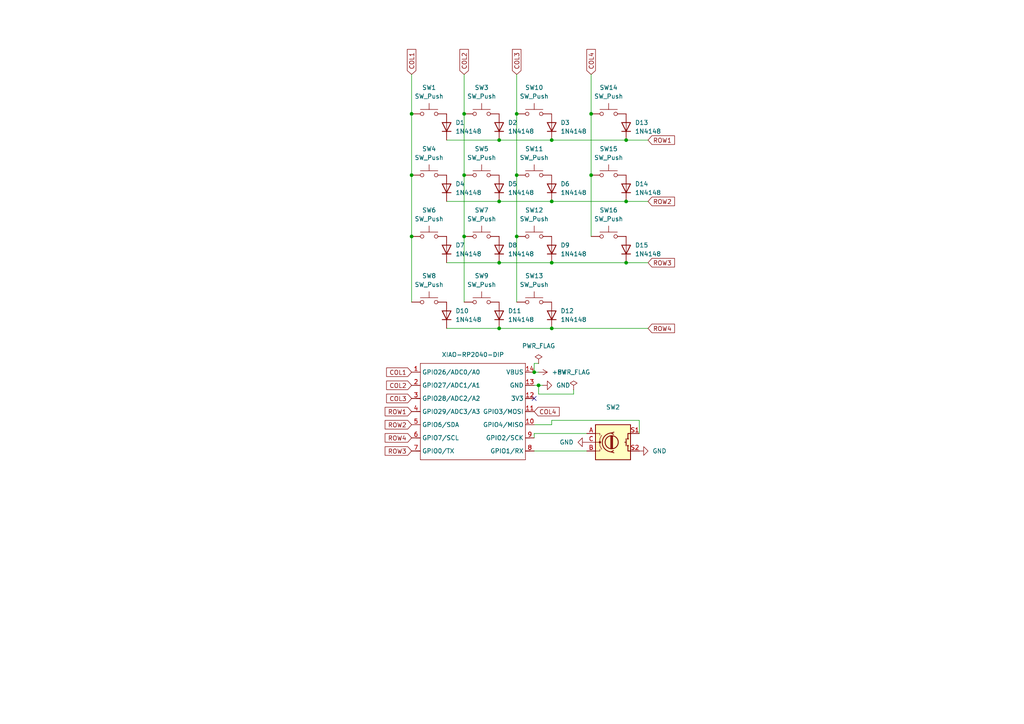
<source format=kicad_sch>
(kicad_sch
	(version 20250114)
	(generator "eeschema")
	(generator_version "9.0")
	(uuid "c1defd57-51fe-4569-9e13-a5ca4d7f48a3")
	(paper "A4")
	(lib_symbols
		(symbol "Device:RotaryEncoder_Switch"
			(pin_names
				(offset 0.254)
				(hide yes)
			)
			(exclude_from_sim no)
			(in_bom yes)
			(on_board yes)
			(property "Reference" "SW"
				(at 0 6.604 0)
				(effects
					(font
						(size 1.27 1.27)
					)
				)
			)
			(property "Value" "RotaryEncoder_Switch"
				(at 0 -6.604 0)
				(effects
					(font
						(size 1.27 1.27)
					)
				)
			)
			(property "Footprint" ""
				(at -3.81 4.064 0)
				(effects
					(font
						(size 1.27 1.27)
					)
					(hide yes)
				)
			)
			(property "Datasheet" "~"
				(at 0 6.604 0)
				(effects
					(font
						(size 1.27 1.27)
					)
					(hide yes)
				)
			)
			(property "Description" "Rotary encoder, dual channel, incremental quadrate outputs, with switch"
				(at 0 0 0)
				(effects
					(font
						(size 1.27 1.27)
					)
					(hide yes)
				)
			)
			(property "ki_keywords" "rotary switch encoder switch push button"
				(at 0 0 0)
				(effects
					(font
						(size 1.27 1.27)
					)
					(hide yes)
				)
			)
			(property "ki_fp_filters" "RotaryEncoder*Switch*"
				(at 0 0 0)
				(effects
					(font
						(size 1.27 1.27)
					)
					(hide yes)
				)
			)
			(symbol "RotaryEncoder_Switch_0_1"
				(rectangle
					(start -5.08 5.08)
					(end 5.08 -5.08)
					(stroke
						(width 0.254)
						(type default)
					)
					(fill
						(type background)
					)
				)
				(polyline
					(pts
						(xy -5.08 2.54) (xy -3.81 2.54) (xy -3.81 2.032)
					)
					(stroke
						(width 0)
						(type default)
					)
					(fill
						(type none)
					)
				)
				(polyline
					(pts
						(xy -5.08 0) (xy -3.81 0) (xy -3.81 -1.016) (xy -3.302 -2.032)
					)
					(stroke
						(width 0)
						(type default)
					)
					(fill
						(type none)
					)
				)
				(polyline
					(pts
						(xy -5.08 -2.54) (xy -3.81 -2.54) (xy -3.81 -2.032)
					)
					(stroke
						(width 0)
						(type default)
					)
					(fill
						(type none)
					)
				)
				(polyline
					(pts
						(xy -4.318 0) (xy -3.81 0) (xy -3.81 1.016) (xy -3.302 2.032)
					)
					(stroke
						(width 0)
						(type default)
					)
					(fill
						(type none)
					)
				)
				(circle
					(center -3.81 0)
					(radius 0.254)
					(stroke
						(width 0)
						(type default)
					)
					(fill
						(type outline)
					)
				)
				(polyline
					(pts
						(xy -0.635 -1.778) (xy -0.635 1.778)
					)
					(stroke
						(width 0.254)
						(type default)
					)
					(fill
						(type none)
					)
				)
				(circle
					(center -0.381 0)
					(radius 1.905)
					(stroke
						(width 0.254)
						(type default)
					)
					(fill
						(type none)
					)
				)
				(polyline
					(pts
						(xy -0.381 -1.778) (xy -0.381 1.778)
					)
					(stroke
						(width 0.254)
						(type default)
					)
					(fill
						(type none)
					)
				)
				(arc
					(start -0.381 -2.794)
					(mid -3.0988 -0.0635)
					(end -0.381 2.667)
					(stroke
						(width 0.254)
						(type default)
					)
					(fill
						(type none)
					)
				)
				(polyline
					(pts
						(xy -0.127 1.778) (xy -0.127 -1.778)
					)
					(stroke
						(width 0.254)
						(type default)
					)
					(fill
						(type none)
					)
				)
				(polyline
					(pts
						(xy 0.254 2.921) (xy -0.508 2.667) (xy 0.127 2.286)
					)
					(stroke
						(width 0.254)
						(type default)
					)
					(fill
						(type none)
					)
				)
				(polyline
					(pts
						(xy 0.254 -3.048) (xy -0.508 -2.794) (xy 0.127 -2.413)
					)
					(stroke
						(width 0.254)
						(type default)
					)
					(fill
						(type none)
					)
				)
				(polyline
					(pts
						(xy 3.81 1.016) (xy 3.81 -1.016)
					)
					(stroke
						(width 0.254)
						(type default)
					)
					(fill
						(type none)
					)
				)
				(polyline
					(pts
						(xy 3.81 0) (xy 3.429 0)
					)
					(stroke
						(width 0.254)
						(type default)
					)
					(fill
						(type none)
					)
				)
				(circle
					(center 4.318 1.016)
					(radius 0.127)
					(stroke
						(width 0.254)
						(type default)
					)
					(fill
						(type none)
					)
				)
				(circle
					(center 4.318 -1.016)
					(radius 0.127)
					(stroke
						(width 0.254)
						(type default)
					)
					(fill
						(type none)
					)
				)
				(polyline
					(pts
						(xy 5.08 2.54) (xy 4.318 2.54) (xy 4.318 1.016)
					)
					(stroke
						(width 0.254)
						(type default)
					)
					(fill
						(type none)
					)
				)
				(polyline
					(pts
						(xy 5.08 -2.54) (xy 4.318 -2.54) (xy 4.318 -1.016)
					)
					(stroke
						(width 0.254)
						(type default)
					)
					(fill
						(type none)
					)
				)
			)
			(symbol "RotaryEncoder_Switch_1_1"
				(pin passive line
					(at -7.62 2.54 0)
					(length 2.54)
					(name "A"
						(effects
							(font
								(size 1.27 1.27)
							)
						)
					)
					(number "A"
						(effects
							(font
								(size 1.27 1.27)
							)
						)
					)
				)
				(pin passive line
					(at -7.62 0 0)
					(length 2.54)
					(name "C"
						(effects
							(font
								(size 1.27 1.27)
							)
						)
					)
					(number "C"
						(effects
							(font
								(size 1.27 1.27)
							)
						)
					)
				)
				(pin passive line
					(at -7.62 -2.54 0)
					(length 2.54)
					(name "B"
						(effects
							(font
								(size 1.27 1.27)
							)
						)
					)
					(number "B"
						(effects
							(font
								(size 1.27 1.27)
							)
						)
					)
				)
				(pin passive line
					(at 7.62 2.54 180)
					(length 2.54)
					(name "S1"
						(effects
							(font
								(size 1.27 1.27)
							)
						)
					)
					(number "S1"
						(effects
							(font
								(size 1.27 1.27)
							)
						)
					)
				)
				(pin passive line
					(at 7.62 -2.54 180)
					(length 2.54)
					(name "S2"
						(effects
							(font
								(size 1.27 1.27)
							)
						)
					)
					(number "S2"
						(effects
							(font
								(size 1.27 1.27)
							)
						)
					)
				)
			)
			(embedded_fonts no)
		)
		(symbol "Diode:1N4148"
			(pin_numbers
				(hide yes)
			)
			(pin_names
				(hide yes)
			)
			(exclude_from_sim no)
			(in_bom yes)
			(on_board yes)
			(property "Reference" "D"
				(at 0 2.54 0)
				(effects
					(font
						(size 1.27 1.27)
					)
				)
			)
			(property "Value" "1N4148"
				(at 0 -2.54 0)
				(effects
					(font
						(size 1.27 1.27)
					)
				)
			)
			(property "Footprint" "Diode_THT:D_DO-35_SOD27_P7.62mm_Horizontal"
				(at 0 0 0)
				(effects
					(font
						(size 1.27 1.27)
					)
					(hide yes)
				)
			)
			(property "Datasheet" "https://assets.nexperia.com/documents/data-sheet/1N4148_1N4448.pdf"
				(at 0 0 0)
				(effects
					(font
						(size 1.27 1.27)
					)
					(hide yes)
				)
			)
			(property "Description" "100V 0.15A standard switching diode, DO-35"
				(at 0 0 0)
				(effects
					(font
						(size 1.27 1.27)
					)
					(hide yes)
				)
			)
			(property "Sim.Device" "D"
				(at 0 0 0)
				(effects
					(font
						(size 1.27 1.27)
					)
					(hide yes)
				)
			)
			(property "Sim.Pins" "1=K 2=A"
				(at 0 0 0)
				(effects
					(font
						(size 1.27 1.27)
					)
					(hide yes)
				)
			)
			(property "ki_keywords" "diode"
				(at 0 0 0)
				(effects
					(font
						(size 1.27 1.27)
					)
					(hide yes)
				)
			)
			(property "ki_fp_filters" "D*DO?35*"
				(at 0 0 0)
				(effects
					(font
						(size 1.27 1.27)
					)
					(hide yes)
				)
			)
			(symbol "1N4148_0_1"
				(polyline
					(pts
						(xy -1.27 1.27) (xy -1.27 -1.27)
					)
					(stroke
						(width 0.254)
						(type default)
					)
					(fill
						(type none)
					)
				)
				(polyline
					(pts
						(xy 1.27 1.27) (xy 1.27 -1.27) (xy -1.27 0) (xy 1.27 1.27)
					)
					(stroke
						(width 0.254)
						(type default)
					)
					(fill
						(type none)
					)
				)
				(polyline
					(pts
						(xy 1.27 0) (xy -1.27 0)
					)
					(stroke
						(width 0)
						(type default)
					)
					(fill
						(type none)
					)
				)
			)
			(symbol "1N4148_1_1"
				(pin passive line
					(at -3.81 0 0)
					(length 2.54)
					(name "K"
						(effects
							(font
								(size 1.27 1.27)
							)
						)
					)
					(number "1"
						(effects
							(font
								(size 1.27 1.27)
							)
						)
					)
				)
				(pin passive line
					(at 3.81 0 180)
					(length 2.54)
					(name "A"
						(effects
							(font
								(size 1.27 1.27)
							)
						)
					)
					(number "2"
						(effects
							(font
								(size 1.27 1.27)
							)
						)
					)
				)
			)
			(embedded_fonts no)
		)
		(symbol "Seeed_Studio_XIAO_Series:XIAO-RP2040-DIP"
			(exclude_from_sim no)
			(in_bom yes)
			(on_board yes)
			(property "Reference" "U"
				(at 0 0 0)
				(effects
					(font
						(size 1.27 1.27)
					)
				)
			)
			(property "Value" "XIAO-RP2040-DIP"
				(at 5.334 -1.778 0)
				(effects
					(font
						(size 1.27 1.27)
					)
				)
			)
			(property "Footprint" "Module:MOUDLE14P-XIAO-DIP-SMD"
				(at 14.478 -32.258 0)
				(effects
					(font
						(size 1.27 1.27)
					)
					(hide yes)
				)
			)
			(property "Datasheet" ""
				(at 0 0 0)
				(effects
					(font
						(size 1.27 1.27)
					)
					(hide yes)
				)
			)
			(property "Description" ""
				(at 0 0 0)
				(effects
					(font
						(size 1.27 1.27)
					)
					(hide yes)
				)
			)
			(symbol "XIAO-RP2040-DIP_1_0"
				(polyline
					(pts
						(xy -1.27 -2.54) (xy 29.21 -2.54)
					)
					(stroke
						(width 0.1524)
						(type solid)
					)
					(fill
						(type none)
					)
				)
				(polyline
					(pts
						(xy -1.27 -5.08) (xy -2.54 -5.08)
					)
					(stroke
						(width 0.1524)
						(type solid)
					)
					(fill
						(type none)
					)
				)
				(polyline
					(pts
						(xy -1.27 -5.08) (xy -1.27 -2.54)
					)
					(stroke
						(width 0.1524)
						(type solid)
					)
					(fill
						(type none)
					)
				)
				(polyline
					(pts
						(xy -1.27 -8.89) (xy -2.54 -8.89)
					)
					(stroke
						(width 0.1524)
						(type solid)
					)
					(fill
						(type none)
					)
				)
				(polyline
					(pts
						(xy -1.27 -8.89) (xy -1.27 -5.08)
					)
					(stroke
						(width 0.1524)
						(type solid)
					)
					(fill
						(type none)
					)
				)
				(polyline
					(pts
						(xy -1.27 -12.7) (xy -2.54 -12.7)
					)
					(stroke
						(width 0.1524)
						(type solid)
					)
					(fill
						(type none)
					)
				)
				(polyline
					(pts
						(xy -1.27 -12.7) (xy -1.27 -8.89)
					)
					(stroke
						(width 0.1524)
						(type solid)
					)
					(fill
						(type none)
					)
				)
				(polyline
					(pts
						(xy -1.27 -16.51) (xy -2.54 -16.51)
					)
					(stroke
						(width 0.1524)
						(type solid)
					)
					(fill
						(type none)
					)
				)
				(polyline
					(pts
						(xy -1.27 -16.51) (xy -1.27 -12.7)
					)
					(stroke
						(width 0.1524)
						(type solid)
					)
					(fill
						(type none)
					)
				)
				(polyline
					(pts
						(xy -1.27 -20.32) (xy -2.54 -20.32)
					)
					(stroke
						(width 0.1524)
						(type solid)
					)
					(fill
						(type none)
					)
				)
				(polyline
					(pts
						(xy -1.27 -24.13) (xy -2.54 -24.13)
					)
					(stroke
						(width 0.1524)
						(type solid)
					)
					(fill
						(type none)
					)
				)
				(polyline
					(pts
						(xy -1.27 -27.94) (xy -2.54 -27.94)
					)
					(stroke
						(width 0.1524)
						(type solid)
					)
					(fill
						(type none)
					)
				)
				(polyline
					(pts
						(xy -1.27 -30.48) (xy -1.27 -16.51)
					)
					(stroke
						(width 0.1524)
						(type solid)
					)
					(fill
						(type none)
					)
				)
				(polyline
					(pts
						(xy 29.21 -2.54) (xy 29.21 -5.08)
					)
					(stroke
						(width 0.1524)
						(type solid)
					)
					(fill
						(type none)
					)
				)
				(polyline
					(pts
						(xy 29.21 -5.08) (xy 29.21 -8.89)
					)
					(stroke
						(width 0.1524)
						(type solid)
					)
					(fill
						(type none)
					)
				)
				(polyline
					(pts
						(xy 29.21 -8.89) (xy 29.21 -12.7)
					)
					(stroke
						(width 0.1524)
						(type solid)
					)
					(fill
						(type none)
					)
				)
				(polyline
					(pts
						(xy 29.21 -12.7) (xy 29.21 -30.48)
					)
					(stroke
						(width 0.1524)
						(type solid)
					)
					(fill
						(type none)
					)
				)
				(polyline
					(pts
						(xy 29.21 -30.48) (xy -1.27 -30.48)
					)
					(stroke
						(width 0.1524)
						(type solid)
					)
					(fill
						(type none)
					)
				)
				(polyline
					(pts
						(xy 30.48 -5.08) (xy 29.21 -5.08)
					)
					(stroke
						(width 0.1524)
						(type solid)
					)
					(fill
						(type none)
					)
				)
				(polyline
					(pts
						(xy 30.48 -8.89) (xy 29.21 -8.89)
					)
					(stroke
						(width 0.1524)
						(type solid)
					)
					(fill
						(type none)
					)
				)
				(polyline
					(pts
						(xy 30.48 -12.7) (xy 29.21 -12.7)
					)
					(stroke
						(width 0.1524)
						(type solid)
					)
					(fill
						(type none)
					)
				)
				(polyline
					(pts
						(xy 30.48 -16.51) (xy 29.21 -16.51)
					)
					(stroke
						(width 0.1524)
						(type solid)
					)
					(fill
						(type none)
					)
				)
				(polyline
					(pts
						(xy 30.48 -20.32) (xy 29.21 -20.32)
					)
					(stroke
						(width 0.1524)
						(type solid)
					)
					(fill
						(type none)
					)
				)
				(polyline
					(pts
						(xy 30.48 -24.13) (xy 29.21 -24.13)
					)
					(stroke
						(width 0.1524)
						(type solid)
					)
					(fill
						(type none)
					)
				)
				(polyline
					(pts
						(xy 30.48 -27.94) (xy 29.21 -27.94)
					)
					(stroke
						(width 0.1524)
						(type solid)
					)
					(fill
						(type none)
					)
				)
				(pin passive line
					(at -3.81 -5.08 0)
					(length 2.54)
					(name "GPIO26/ADC0/A0"
						(effects
							(font
								(size 1.27 1.27)
							)
						)
					)
					(number "1"
						(effects
							(font
								(size 1.27 1.27)
							)
						)
					)
				)
				(pin passive line
					(at -3.81 -8.89 0)
					(length 2.54)
					(name "GPIO27/ADC1/A1"
						(effects
							(font
								(size 1.27 1.27)
							)
						)
					)
					(number "2"
						(effects
							(font
								(size 1.27 1.27)
							)
						)
					)
				)
				(pin passive line
					(at -3.81 -12.7 0)
					(length 2.54)
					(name "GPIO28/ADC2/A2"
						(effects
							(font
								(size 1.27 1.27)
							)
						)
					)
					(number "3"
						(effects
							(font
								(size 1.27 1.27)
							)
						)
					)
				)
				(pin passive line
					(at -3.81 -16.51 0)
					(length 2.54)
					(name "GPIO29/ADC3/A3"
						(effects
							(font
								(size 1.27 1.27)
							)
						)
					)
					(number "4"
						(effects
							(font
								(size 1.27 1.27)
							)
						)
					)
				)
				(pin passive line
					(at -3.81 -20.32 0)
					(length 2.54)
					(name "GPIO6/SDA"
						(effects
							(font
								(size 1.27 1.27)
							)
						)
					)
					(number "5"
						(effects
							(font
								(size 1.27 1.27)
							)
						)
					)
				)
				(pin passive line
					(at -3.81 -24.13 0)
					(length 2.54)
					(name "GPIO7/SCL"
						(effects
							(font
								(size 1.27 1.27)
							)
						)
					)
					(number "6"
						(effects
							(font
								(size 1.27 1.27)
							)
						)
					)
				)
				(pin passive line
					(at -3.81 -27.94 0)
					(length 2.54)
					(name "GPIO0/TX"
						(effects
							(font
								(size 1.27 1.27)
							)
						)
					)
					(number "7"
						(effects
							(font
								(size 1.27 1.27)
							)
						)
					)
				)
				(pin passive line
					(at 31.75 -5.08 180)
					(length 2.54)
					(name "VBUS"
						(effects
							(font
								(size 1.27 1.27)
							)
						)
					)
					(number "14"
						(effects
							(font
								(size 1.27 1.27)
							)
						)
					)
				)
				(pin passive line
					(at 31.75 -8.89 180)
					(length 2.54)
					(name "GND"
						(effects
							(font
								(size 1.27 1.27)
							)
						)
					)
					(number "13"
						(effects
							(font
								(size 1.27 1.27)
							)
						)
					)
				)
				(pin passive line
					(at 31.75 -12.7 180)
					(length 2.54)
					(name "3V3"
						(effects
							(font
								(size 1.27 1.27)
							)
						)
					)
					(number "12"
						(effects
							(font
								(size 1.27 1.27)
							)
						)
					)
				)
				(pin passive line
					(at 31.75 -16.51 180)
					(length 2.54)
					(name "GPIO3/MOSI"
						(effects
							(font
								(size 1.27 1.27)
							)
						)
					)
					(number "11"
						(effects
							(font
								(size 1.27 1.27)
							)
						)
					)
				)
				(pin passive line
					(at 31.75 -20.32 180)
					(length 2.54)
					(name "GPIO4/MISO"
						(effects
							(font
								(size 1.27 1.27)
							)
						)
					)
					(number "10"
						(effects
							(font
								(size 1.27 1.27)
							)
						)
					)
				)
				(pin passive line
					(at 31.75 -24.13 180)
					(length 2.54)
					(name "GPIO2/SCK"
						(effects
							(font
								(size 1.27 1.27)
							)
						)
					)
					(number "9"
						(effects
							(font
								(size 1.27 1.27)
							)
						)
					)
				)
				(pin passive line
					(at 31.75 -27.94 180)
					(length 2.54)
					(name "GPIO1/RX"
						(effects
							(font
								(size 1.27 1.27)
							)
						)
					)
					(number "8"
						(effects
							(font
								(size 1.27 1.27)
							)
						)
					)
				)
			)
			(embedded_fonts no)
		)
		(symbol "Switch:SW_Push"
			(pin_numbers
				(hide yes)
			)
			(pin_names
				(offset 1.016)
				(hide yes)
			)
			(exclude_from_sim no)
			(in_bom yes)
			(on_board yes)
			(property "Reference" "SW"
				(at 1.27 2.54 0)
				(effects
					(font
						(size 1.27 1.27)
					)
					(justify left)
				)
			)
			(property "Value" "SW_Push"
				(at 0 -1.524 0)
				(effects
					(font
						(size 1.27 1.27)
					)
				)
			)
			(property "Footprint" ""
				(at 0 5.08 0)
				(effects
					(font
						(size 1.27 1.27)
					)
					(hide yes)
				)
			)
			(property "Datasheet" "~"
				(at 0 5.08 0)
				(effects
					(font
						(size 1.27 1.27)
					)
					(hide yes)
				)
			)
			(property "Description" "Push button switch, generic, two pins"
				(at 0 0 0)
				(effects
					(font
						(size 1.27 1.27)
					)
					(hide yes)
				)
			)
			(property "ki_keywords" "switch normally-open pushbutton push-button"
				(at 0 0 0)
				(effects
					(font
						(size 1.27 1.27)
					)
					(hide yes)
				)
			)
			(symbol "SW_Push_0_1"
				(circle
					(center -2.032 0)
					(radius 0.508)
					(stroke
						(width 0)
						(type default)
					)
					(fill
						(type none)
					)
				)
				(polyline
					(pts
						(xy 0 1.27) (xy 0 3.048)
					)
					(stroke
						(width 0)
						(type default)
					)
					(fill
						(type none)
					)
				)
				(circle
					(center 2.032 0)
					(radius 0.508)
					(stroke
						(width 0)
						(type default)
					)
					(fill
						(type none)
					)
				)
				(polyline
					(pts
						(xy 2.54 1.27) (xy -2.54 1.27)
					)
					(stroke
						(width 0)
						(type default)
					)
					(fill
						(type none)
					)
				)
				(pin passive line
					(at -5.08 0 0)
					(length 2.54)
					(name "1"
						(effects
							(font
								(size 1.27 1.27)
							)
						)
					)
					(number "1"
						(effects
							(font
								(size 1.27 1.27)
							)
						)
					)
				)
				(pin passive line
					(at 5.08 0 180)
					(length 2.54)
					(name "2"
						(effects
							(font
								(size 1.27 1.27)
							)
						)
					)
					(number "2"
						(effects
							(font
								(size 1.27 1.27)
							)
						)
					)
				)
			)
			(embedded_fonts no)
		)
		(symbol "power:+5V"
			(power)
			(pin_numbers
				(hide yes)
			)
			(pin_names
				(offset 0)
				(hide yes)
			)
			(exclude_from_sim no)
			(in_bom yes)
			(on_board yes)
			(property "Reference" "#PWR"
				(at 0 -3.81 0)
				(effects
					(font
						(size 1.27 1.27)
					)
					(hide yes)
				)
			)
			(property "Value" "+5V"
				(at 0 3.556 0)
				(effects
					(font
						(size 1.27 1.27)
					)
				)
			)
			(property "Footprint" ""
				(at 0 0 0)
				(effects
					(font
						(size 1.27 1.27)
					)
					(hide yes)
				)
			)
			(property "Datasheet" ""
				(at 0 0 0)
				(effects
					(font
						(size 1.27 1.27)
					)
					(hide yes)
				)
			)
			(property "Description" "Power symbol creates a global label with name \"+5V\""
				(at 0 0 0)
				(effects
					(font
						(size 1.27 1.27)
					)
					(hide yes)
				)
			)
			(property "ki_keywords" "global power"
				(at 0 0 0)
				(effects
					(font
						(size 1.27 1.27)
					)
					(hide yes)
				)
			)
			(symbol "+5V_0_1"
				(polyline
					(pts
						(xy -0.762 1.27) (xy 0 2.54)
					)
					(stroke
						(width 0)
						(type default)
					)
					(fill
						(type none)
					)
				)
				(polyline
					(pts
						(xy 0 2.54) (xy 0.762 1.27)
					)
					(stroke
						(width 0)
						(type default)
					)
					(fill
						(type none)
					)
				)
				(polyline
					(pts
						(xy 0 0) (xy 0 2.54)
					)
					(stroke
						(width 0)
						(type default)
					)
					(fill
						(type none)
					)
				)
			)
			(symbol "+5V_1_1"
				(pin power_in line
					(at 0 0 90)
					(length 0)
					(name "~"
						(effects
							(font
								(size 1.27 1.27)
							)
						)
					)
					(number "1"
						(effects
							(font
								(size 1.27 1.27)
							)
						)
					)
				)
			)
			(embedded_fonts no)
		)
		(symbol "power:GND"
			(power)
			(pin_numbers
				(hide yes)
			)
			(pin_names
				(offset 0)
				(hide yes)
			)
			(exclude_from_sim no)
			(in_bom yes)
			(on_board yes)
			(property "Reference" "#PWR"
				(at 0 -6.35 0)
				(effects
					(font
						(size 1.27 1.27)
					)
					(hide yes)
				)
			)
			(property "Value" "GND"
				(at 0 -3.81 0)
				(effects
					(font
						(size 1.27 1.27)
					)
				)
			)
			(property "Footprint" ""
				(at 0 0 0)
				(effects
					(font
						(size 1.27 1.27)
					)
					(hide yes)
				)
			)
			(property "Datasheet" ""
				(at 0 0 0)
				(effects
					(font
						(size 1.27 1.27)
					)
					(hide yes)
				)
			)
			(property "Description" "Power symbol creates a global label with name \"GND\" , ground"
				(at 0 0 0)
				(effects
					(font
						(size 1.27 1.27)
					)
					(hide yes)
				)
			)
			(property "ki_keywords" "global power"
				(at 0 0 0)
				(effects
					(font
						(size 1.27 1.27)
					)
					(hide yes)
				)
			)
			(symbol "GND_0_1"
				(polyline
					(pts
						(xy 0 0) (xy 0 -1.27) (xy 1.27 -1.27) (xy 0 -2.54) (xy -1.27 -1.27) (xy 0 -1.27)
					)
					(stroke
						(width 0)
						(type default)
					)
					(fill
						(type none)
					)
				)
			)
			(symbol "GND_1_1"
				(pin power_in line
					(at 0 0 270)
					(length 0)
					(name "~"
						(effects
							(font
								(size 1.27 1.27)
							)
						)
					)
					(number "1"
						(effects
							(font
								(size 1.27 1.27)
							)
						)
					)
				)
			)
			(embedded_fonts no)
		)
		(symbol "power:PWR_FLAG"
			(power)
			(pin_numbers
				(hide yes)
			)
			(pin_names
				(offset 0)
				(hide yes)
			)
			(exclude_from_sim no)
			(in_bom yes)
			(on_board yes)
			(property "Reference" "#FLG"
				(at 0 1.905 0)
				(effects
					(font
						(size 1.27 1.27)
					)
					(hide yes)
				)
			)
			(property "Value" "PWR_FLAG"
				(at 0 3.81 0)
				(effects
					(font
						(size 1.27 1.27)
					)
				)
			)
			(property "Footprint" ""
				(at 0 0 0)
				(effects
					(font
						(size 1.27 1.27)
					)
					(hide yes)
				)
			)
			(property "Datasheet" "~"
				(at 0 0 0)
				(effects
					(font
						(size 1.27 1.27)
					)
					(hide yes)
				)
			)
			(property "Description" "Special symbol for telling ERC where power comes from"
				(at 0 0 0)
				(effects
					(font
						(size 1.27 1.27)
					)
					(hide yes)
				)
			)
			(property "ki_keywords" "flag power"
				(at 0 0 0)
				(effects
					(font
						(size 1.27 1.27)
					)
					(hide yes)
				)
			)
			(symbol "PWR_FLAG_0_0"
				(pin power_out line
					(at 0 0 90)
					(length 0)
					(name "~"
						(effects
							(font
								(size 1.27 1.27)
							)
						)
					)
					(number "1"
						(effects
							(font
								(size 1.27 1.27)
							)
						)
					)
				)
			)
			(symbol "PWR_FLAG_0_1"
				(polyline
					(pts
						(xy 0 0) (xy 0 1.27) (xy -1.016 1.905) (xy 0 2.54) (xy 1.016 1.905) (xy 0 1.27)
					)
					(stroke
						(width 0)
						(type default)
					)
					(fill
						(type none)
					)
				)
			)
			(embedded_fonts no)
		)
	)
	(junction
		(at 171.45 33.02)
		(diameter 0)
		(color 0 0 0 0)
		(uuid "0c2073d1-94bb-4237-8982-24268a21c0b9")
	)
	(junction
		(at 144.78 95.25)
		(diameter 0)
		(color 0 0 0 0)
		(uuid "0f473c57-162f-4fbf-828f-63183839d811")
	)
	(junction
		(at 144.78 40.64)
		(diameter 0)
		(color 0 0 0 0)
		(uuid "168f941b-e382-4b1a-b63a-2ae0df701ad2")
	)
	(junction
		(at 154.94 107.95)
		(diameter 0)
		(color 0 0 0 0)
		(uuid "1c4ec223-5cf9-48af-961d-a546a1d9a448")
	)
	(junction
		(at 160.02 95.25)
		(diameter 0)
		(color 0 0 0 0)
		(uuid "2325932c-4180-401e-a3a4-6d9bae98c42f")
	)
	(junction
		(at 160.02 76.2)
		(diameter 0)
		(color 0 0 0 0)
		(uuid "34f57692-727a-4848-bf56-4c1747aee08d")
	)
	(junction
		(at 119.38 68.58)
		(diameter 0)
		(color 0 0 0 0)
		(uuid "52b033be-64cf-4eaa-bba7-604a9b1f256b")
	)
	(junction
		(at 160.02 40.64)
		(diameter 0)
		(color 0 0 0 0)
		(uuid "65d29fe4-a543-4310-b3be-ce4700e9f8d7")
	)
	(junction
		(at 160.02 58.42)
		(diameter 0)
		(color 0 0 0 0)
		(uuid "66826709-85b6-4d88-ada9-17d14f8cd90a")
	)
	(junction
		(at 134.62 50.8)
		(diameter 0)
		(color 0 0 0 0)
		(uuid "69449fbc-fbe0-4ffd-934a-2e860b84e3c1")
	)
	(junction
		(at 181.61 76.2)
		(diameter 0)
		(color 0 0 0 0)
		(uuid "7bc0cb45-9b90-4975-a3dd-77a9627ea818")
	)
	(junction
		(at 156.21 111.76)
		(diameter 0)
		(color 0 0 0 0)
		(uuid "89eb4e44-08fe-4939-8c91-73820e3c94bb")
	)
	(junction
		(at 134.62 33.02)
		(diameter 0)
		(color 0 0 0 0)
		(uuid "93cb6ae6-fe54-41a9-8e33-7201bb0272db")
	)
	(junction
		(at 119.38 50.8)
		(diameter 0)
		(color 0 0 0 0)
		(uuid "964cfea3-750c-402b-9e17-30cf6fba5da1")
	)
	(junction
		(at 149.86 33.02)
		(diameter 0)
		(color 0 0 0 0)
		(uuid "a89db0ee-b96d-4683-a8cf-4e26be532641")
	)
	(junction
		(at 171.45 50.8)
		(diameter 0)
		(color 0 0 0 0)
		(uuid "b67336a9-8ff9-4cd6-b721-bb0c5c8c5ea2")
	)
	(junction
		(at 181.61 40.64)
		(diameter 0)
		(color 0 0 0 0)
		(uuid "ca0f8231-d134-4db3-b2b5-34a805446efc")
	)
	(junction
		(at 134.62 68.58)
		(diameter 0)
		(color 0 0 0 0)
		(uuid "ccafc706-6525-44db-8751-2f2b1e6633cf")
	)
	(junction
		(at 144.78 76.2)
		(diameter 0)
		(color 0 0 0 0)
		(uuid "d15c60f6-a9a7-4bf5-85d2-2e63b30300f2")
	)
	(junction
		(at 149.86 50.8)
		(diameter 0)
		(color 0 0 0 0)
		(uuid "d387fd4b-4bbb-4dff-8cee-ec9e5a236fc5")
	)
	(junction
		(at 144.78 58.42)
		(diameter 0)
		(color 0 0 0 0)
		(uuid "d3bca90b-d630-4400-8ee3-a6866d7c7b6c")
	)
	(junction
		(at 149.86 68.58)
		(diameter 0)
		(color 0 0 0 0)
		(uuid "d537e639-6c1a-4b16-abd5-0c52f10a0e81")
	)
	(junction
		(at 119.38 33.02)
		(diameter 0)
		(color 0 0 0 0)
		(uuid "e191d982-9fde-4feb-8d07-93c6c1da8517")
	)
	(junction
		(at 181.61 58.42)
		(diameter 0)
		(color 0 0 0 0)
		(uuid "f6070153-6357-4dc9-abf0-308d4c76a27b")
	)
	(no_connect
		(at 154.94 115.57)
		(uuid "105e95d4-ffc5-4db0-b0dd-fdef326e6e92")
	)
	(wire
		(pts
			(xy 156.21 111.76) (xy 154.94 111.76)
		)
		(stroke
			(width 0)
			(type default)
		)
		(uuid "07196a3b-17a2-4cce-b6a6-8fba1bce7d8b")
	)
	(wire
		(pts
			(xy 144.78 58.42) (xy 160.02 58.42)
		)
		(stroke
			(width 0)
			(type default)
		)
		(uuid "0cecde90-32fb-4a1f-b197-e2e11e8ff2aa")
	)
	(wire
		(pts
			(xy 181.61 76.2) (xy 187.96 76.2)
		)
		(stroke
			(width 0)
			(type default)
		)
		(uuid "1035cabd-0256-428b-9543-dc4c4953e1b4")
	)
	(wire
		(pts
			(xy 160.02 121.92) (xy 160.02 123.19)
		)
		(stroke
			(width 0)
			(type default)
		)
		(uuid "11390cae-b036-48ae-a7b8-5981b41537b9")
	)
	(wire
		(pts
			(xy 144.78 95.25) (xy 160.02 95.25)
		)
		(stroke
			(width 0)
			(type default)
		)
		(uuid "148a7664-a823-45fd-814c-bc46c471e9c8")
	)
	(wire
		(pts
			(xy 185.42 121.92) (xy 160.02 121.92)
		)
		(stroke
			(width 0)
			(type default)
		)
		(uuid "189dae0c-8ad7-4d04-b93e-7401e77fdbae")
	)
	(wire
		(pts
			(xy 160.02 123.19) (xy 154.94 123.19)
		)
		(stroke
			(width 0)
			(type default)
		)
		(uuid "2587fd88-3a98-41a3-b650-ba9fcd6dc7a8")
	)
	(wire
		(pts
			(xy 134.62 68.58) (xy 134.62 87.63)
		)
		(stroke
			(width 0)
			(type default)
		)
		(uuid "29553d36-ad17-44e9-8ebd-9ab2350d9790")
	)
	(wire
		(pts
			(xy 156.21 107.95) (xy 154.94 107.95)
		)
		(stroke
			(width 0)
			(type default)
		)
		(uuid "29cd61ed-12e0-4189-909c-dd2e92bc1445")
	)
	(wire
		(pts
			(xy 170.18 125.73) (xy 154.94 125.73)
		)
		(stroke
			(width 0)
			(type default)
		)
		(uuid "2ef2b97f-3cee-4c2d-97b7-d4d93339c756")
	)
	(wire
		(pts
			(xy 149.86 50.8) (xy 149.86 68.58)
		)
		(stroke
			(width 0)
			(type default)
		)
		(uuid "38eeb42e-f8d7-4e77-8893-86f0ea797935")
	)
	(wire
		(pts
			(xy 157.48 111.76) (xy 156.21 111.76)
		)
		(stroke
			(width 0)
			(type default)
		)
		(uuid "3dca6993-fccd-43a3-b5ef-2471ac518543")
	)
	(wire
		(pts
			(xy 185.42 125.73) (xy 185.42 121.92)
		)
		(stroke
			(width 0)
			(type default)
		)
		(uuid "46fbfdfd-1846-4498-b548-ce9cf09aaf11")
	)
	(wire
		(pts
			(xy 149.86 68.58) (xy 149.86 87.63)
		)
		(stroke
			(width 0)
			(type default)
		)
		(uuid "4d8e7a3c-df9e-4306-90b1-f60a0430f095")
	)
	(wire
		(pts
			(xy 166.37 113.03) (xy 166.37 114.3)
		)
		(stroke
			(width 0)
			(type default)
		)
		(uuid "53a1eb14-1460-4be7-b308-6670ce2916e8")
	)
	(wire
		(pts
			(xy 156.21 114.3) (xy 156.21 111.76)
		)
		(stroke
			(width 0)
			(type default)
		)
		(uuid "58e25f41-2d8b-4f0f-b8bf-f78c1ab95f33")
	)
	(wire
		(pts
			(xy 129.54 58.42) (xy 144.78 58.42)
		)
		(stroke
			(width 0)
			(type default)
		)
		(uuid "5be145cf-bc96-496c-bada-35d95cef3f5b")
	)
	(wire
		(pts
			(xy 160.02 95.25) (xy 187.96 95.25)
		)
		(stroke
			(width 0)
			(type default)
		)
		(uuid "63c00f26-8462-457b-b2a6-8d6972c919ed")
	)
	(wire
		(pts
			(xy 160.02 40.64) (xy 181.61 40.64)
		)
		(stroke
			(width 0)
			(type default)
		)
		(uuid "67febf02-48ea-4465-a16f-0fcbe79923dd")
	)
	(wire
		(pts
			(xy 154.94 105.41) (xy 154.94 107.95)
		)
		(stroke
			(width 0)
			(type default)
		)
		(uuid "6b45bf25-b43b-4674-ab7a-ec9ae05ae798")
	)
	(wire
		(pts
			(xy 134.62 50.8) (xy 134.62 68.58)
		)
		(stroke
			(width 0)
			(type default)
		)
		(uuid "6fee55ef-1cec-4260-b547-a753a0a9c13f")
	)
	(wire
		(pts
			(xy 171.45 21.59) (xy 171.45 33.02)
		)
		(stroke
			(width 0)
			(type default)
		)
		(uuid "7759a69c-2984-4095-bd10-df6b1d4c9acc")
	)
	(wire
		(pts
			(xy 181.61 40.64) (xy 187.96 40.64)
		)
		(stroke
			(width 0)
			(type default)
		)
		(uuid "7c8559f7-b65a-45c6-9483-ce605d8689f6")
	)
	(wire
		(pts
			(xy 119.38 21.59) (xy 119.38 33.02)
		)
		(stroke
			(width 0)
			(type default)
		)
		(uuid "7f1f80cf-b241-4fe2-90ef-c9c7dad92d48")
	)
	(wire
		(pts
			(xy 144.78 76.2) (xy 160.02 76.2)
		)
		(stroke
			(width 0)
			(type default)
		)
		(uuid "880fb68f-19f8-49c3-9ae3-4998d397b428")
	)
	(wire
		(pts
			(xy 181.61 58.42) (xy 187.96 58.42)
		)
		(stroke
			(width 0)
			(type default)
		)
		(uuid "8837d90c-7718-4be6-acf5-2f60d47ac755")
	)
	(wire
		(pts
			(xy 119.38 33.02) (xy 119.38 50.8)
		)
		(stroke
			(width 0)
			(type default)
		)
		(uuid "93719916-e558-4103-a9e8-297e0ba33678")
	)
	(wire
		(pts
			(xy 171.45 50.8) (xy 171.45 68.58)
		)
		(stroke
			(width 0)
			(type default)
		)
		(uuid "96f53afa-c0e9-4736-a8a6-eaa5ab74422e")
	)
	(wire
		(pts
			(xy 149.86 21.59) (xy 149.86 33.02)
		)
		(stroke
			(width 0)
			(type default)
		)
		(uuid "97982d42-0a7f-49ae-8c9f-ec331ff9b184")
	)
	(wire
		(pts
			(xy 129.54 40.64) (xy 144.78 40.64)
		)
		(stroke
			(width 0)
			(type default)
		)
		(uuid "9cbadf6f-d50b-4299-a4b7-ce6ff3135ca7")
	)
	(wire
		(pts
			(xy 154.94 105.41) (xy 156.21 105.41)
		)
		(stroke
			(width 0)
			(type default)
		)
		(uuid "b0e63072-78d8-44b1-8de7-f51e744759f1")
	)
	(wire
		(pts
			(xy 119.38 68.58) (xy 119.38 87.63)
		)
		(stroke
			(width 0)
			(type default)
		)
		(uuid "b15adc6c-3356-45ef-8d58-fb0d03bb2a39")
	)
	(wire
		(pts
			(xy 160.02 76.2) (xy 181.61 76.2)
		)
		(stroke
			(width 0)
			(type default)
		)
		(uuid "b47e57d9-75c1-4ada-b22e-8a823c20651c")
	)
	(wire
		(pts
			(xy 154.94 130.81) (xy 170.18 130.81)
		)
		(stroke
			(width 0)
			(type default)
		)
		(uuid "c2da9450-a9a3-44da-8a3d-021d83c94936")
	)
	(wire
		(pts
			(xy 154.94 125.73) (xy 154.94 127)
		)
		(stroke
			(width 0)
			(type default)
		)
		(uuid "cb2439a9-f7cf-4123-85d9-0f37f7fe6ab8")
	)
	(wire
		(pts
			(xy 144.78 40.64) (xy 160.02 40.64)
		)
		(stroke
			(width 0)
			(type default)
		)
		(uuid "d853e78a-0263-42f4-93c5-c110ea543b60")
	)
	(wire
		(pts
			(xy 134.62 21.59) (xy 134.62 33.02)
		)
		(stroke
			(width 0)
			(type default)
		)
		(uuid "d8d4241b-2dd0-4a5d-b623-a2d8bdfeb98b")
	)
	(wire
		(pts
			(xy 119.38 50.8) (xy 119.38 68.58)
		)
		(stroke
			(width 0)
			(type default)
		)
		(uuid "debeef5b-8ff6-4c35-ba66-f55045f22ae4")
	)
	(wire
		(pts
			(xy 129.54 95.25) (xy 144.78 95.25)
		)
		(stroke
			(width 0)
			(type default)
		)
		(uuid "e0c6e5fd-4284-4e9b-b9d4-933550663434")
	)
	(wire
		(pts
			(xy 134.62 33.02) (xy 134.62 50.8)
		)
		(stroke
			(width 0)
			(type default)
		)
		(uuid "e8e8a49d-61f6-4b44-b2e6-aaa4e06ed6cf")
	)
	(wire
		(pts
			(xy 171.45 33.02) (xy 171.45 50.8)
		)
		(stroke
			(width 0)
			(type default)
		)
		(uuid "e9158eca-973c-4576-8215-45a51cbcc262")
	)
	(wire
		(pts
			(xy 129.54 76.2) (xy 144.78 76.2)
		)
		(stroke
			(width 0)
			(type default)
		)
		(uuid "f26514f9-6f40-408b-aa48-6b63235a600a")
	)
	(wire
		(pts
			(xy 166.37 114.3) (xy 156.21 114.3)
		)
		(stroke
			(width 0)
			(type default)
		)
		(uuid "f4f3579b-cb8b-4cb6-9037-c8915d7bb55d")
	)
	(wire
		(pts
			(xy 149.86 33.02) (xy 149.86 50.8)
		)
		(stroke
			(width 0)
			(type default)
		)
		(uuid "f6047fb5-823c-4abc-b085-df95c7d5ea6c")
	)
	(wire
		(pts
			(xy 160.02 58.42) (xy 181.61 58.42)
		)
		(stroke
			(width 0)
			(type default)
		)
		(uuid "f64c8aae-c541-4829-8342-13896c6546db")
	)
	(global_label "ROW3"
		(shape input)
		(at 187.96 76.2 0)
		(fields_autoplaced yes)
		(effects
			(font
				(size 1.27 1.27)
			)
			(justify left)
		)
		(uuid "015a7a9e-3ea3-4992-85b6-31da0070471f")
		(property "Intersheetrefs" "${INTERSHEET_REFS}"
			(at 196.2066 76.2 0)
			(effects
				(font
					(size 1.27 1.27)
				)
				(justify left)
				(hide yes)
			)
		)
	)
	(global_label "COL2"
		(shape input)
		(at 119.38 111.76 180)
		(fields_autoplaced yes)
		(effects
			(font
				(size 1.27 1.27)
			)
			(justify right)
		)
		(uuid "1143b1a9-7dfa-47b8-8a27-e331269899a7")
		(property "Intersheetrefs" "${INTERSHEET_REFS}"
			(at 111.5567 111.76 0)
			(effects
				(font
					(size 1.27 1.27)
				)
				(justify right)
				(hide yes)
			)
		)
	)
	(global_label "ROW2"
		(shape input)
		(at 119.38 123.19 180)
		(fields_autoplaced yes)
		(effects
			(font
				(size 1.27 1.27)
			)
			(justify right)
		)
		(uuid "2622778e-87ae-4ce8-977d-5c1b3080c6bb")
		(property "Intersheetrefs" "${INTERSHEET_REFS}"
			(at 111.1334 123.19 0)
			(effects
				(font
					(size 1.27 1.27)
				)
				(justify right)
				(hide yes)
			)
		)
	)
	(global_label "ROW3"
		(shape input)
		(at 119.38 130.81 180)
		(fields_autoplaced yes)
		(effects
			(font
				(size 1.27 1.27)
			)
			(justify right)
		)
		(uuid "365f5f35-591f-4e28-a010-d67678d9ee91")
		(property "Intersheetrefs" "${INTERSHEET_REFS}"
			(at 111.1334 130.81 0)
			(effects
				(font
					(size 1.27 1.27)
				)
				(justify right)
				(hide yes)
			)
		)
	)
	(global_label "COL4"
		(shape input)
		(at 154.94 119.38 0)
		(fields_autoplaced yes)
		(effects
			(font
				(size 1.27 1.27)
			)
			(justify left)
		)
		(uuid "63d72af1-7c8a-415c-b6d3-46916aeee743")
		(property "Intersheetrefs" "${INTERSHEET_REFS}"
			(at 162.7633 119.38 0)
			(effects
				(font
					(size 1.27 1.27)
				)
				(justify left)
				(hide yes)
			)
		)
	)
	(global_label "ROW4"
		(shape input)
		(at 187.96 95.25 0)
		(fields_autoplaced yes)
		(effects
			(font
				(size 1.27 1.27)
			)
			(justify left)
		)
		(uuid "70bbc7be-3486-41b7-8640-2787a600e083")
		(property "Intersheetrefs" "${INTERSHEET_REFS}"
			(at 196.2066 95.25 0)
			(effects
				(font
					(size 1.27 1.27)
				)
				(justify left)
				(hide yes)
			)
		)
	)
	(global_label "ROW4"
		(shape input)
		(at 119.38 127 180)
		(fields_autoplaced yes)
		(effects
			(font
				(size 1.27 1.27)
			)
			(justify right)
		)
		(uuid "81070ada-a98b-42d7-9124-20e3e286ccdc")
		(property "Intersheetrefs" "${INTERSHEET_REFS}"
			(at 111.1334 127 0)
			(effects
				(font
					(size 1.27 1.27)
				)
				(justify right)
				(hide yes)
			)
		)
	)
	(global_label "ROW1"
		(shape input)
		(at 187.96 40.64 0)
		(fields_autoplaced yes)
		(effects
			(font
				(size 1.27 1.27)
			)
			(justify left)
		)
		(uuid "a9aa2611-f497-46d2-909b-86942caacc55")
		(property "Intersheetrefs" "${INTERSHEET_REFS}"
			(at 196.2066 40.64 0)
			(effects
				(font
					(size 1.27 1.27)
				)
				(justify left)
				(hide yes)
			)
		)
	)
	(global_label "ROW1"
		(shape input)
		(at 119.38 119.38 180)
		(fields_autoplaced yes)
		(effects
			(font
				(size 1.27 1.27)
			)
			(justify right)
		)
		(uuid "a9d7fe6c-8b75-4108-84cb-2e90a8cd4b0e")
		(property "Intersheetrefs" "${INTERSHEET_REFS}"
			(at 111.1334 119.38 0)
			(effects
				(font
					(size 1.27 1.27)
				)
				(justify right)
				(hide yes)
			)
		)
	)
	(global_label "ROW2"
		(shape input)
		(at 187.96 58.42 0)
		(fields_autoplaced yes)
		(effects
			(font
				(size 1.27 1.27)
			)
			(justify left)
		)
		(uuid "be9e7e3d-c3fc-402b-a54f-e3619d9343b3")
		(property "Intersheetrefs" "${INTERSHEET_REFS}"
			(at 196.2066 58.42 0)
			(effects
				(font
					(size 1.27 1.27)
				)
				(justify left)
				(hide yes)
			)
		)
	)
	(global_label "COL3"
		(shape input)
		(at 119.38 115.57 180)
		(fields_autoplaced yes)
		(effects
			(font
				(size 1.27 1.27)
			)
			(justify right)
		)
		(uuid "c2d760d2-accc-45a6-842d-1046ffe5a0be")
		(property "Intersheetrefs" "${INTERSHEET_REFS}"
			(at 111.5567 115.57 0)
			(effects
				(font
					(size 1.27 1.27)
				)
				(justify right)
				(hide yes)
			)
		)
	)
	(global_label "COL2"
		(shape input)
		(at 134.62 21.59 90)
		(fields_autoplaced yes)
		(effects
			(font
				(size 1.27 1.27)
			)
			(justify left)
		)
		(uuid "cc6af827-2539-48fc-b2ba-2d76c78c5ed3")
		(property "Intersheetrefs" "${INTERSHEET_REFS}"
			(at 134.62 13.7667 90)
			(effects
				(font
					(size 1.27 1.27)
				)
				(justify left)
				(hide yes)
			)
		)
	)
	(global_label "COL3"
		(shape input)
		(at 149.86 21.59 90)
		(fields_autoplaced yes)
		(effects
			(font
				(size 1.27 1.27)
			)
			(justify left)
		)
		(uuid "e0f4d524-1307-44b1-a502-bdcb2feeb942")
		(property "Intersheetrefs" "${INTERSHEET_REFS}"
			(at 149.86 13.7667 90)
			(effects
				(font
					(size 1.27 1.27)
				)
				(justify left)
				(hide yes)
			)
		)
	)
	(global_label "COL4"
		(shape input)
		(at 171.45 21.59 90)
		(fields_autoplaced yes)
		(effects
			(font
				(size 1.27 1.27)
			)
			(justify left)
		)
		(uuid "e3d03e8c-a98f-4904-a24c-14b6fec43bdc")
		(property "Intersheetrefs" "${INTERSHEET_REFS}"
			(at 171.45 13.7667 90)
			(effects
				(font
					(size 1.27 1.27)
				)
				(justify left)
				(hide yes)
			)
		)
	)
	(global_label "COL1"
		(shape input)
		(at 119.38 107.95 180)
		(fields_autoplaced yes)
		(effects
			(font
				(size 1.27 1.27)
			)
			(justify right)
		)
		(uuid "f0972dbd-9fd2-4398-b1a3-ad493c02124b")
		(property "Intersheetrefs" "${INTERSHEET_REFS}"
			(at 111.5567 107.95 0)
			(effects
				(font
					(size 1.27 1.27)
				)
				(justify right)
				(hide yes)
			)
		)
	)
	(global_label "COL1"
		(shape input)
		(at 119.38 21.59 90)
		(fields_autoplaced yes)
		(effects
			(font
				(size 1.27 1.27)
			)
			(justify left)
		)
		(uuid "f5fdd229-04e4-4e5a-b8c9-123acac7f747")
		(property "Intersheetrefs" "${INTERSHEET_REFS}"
			(at 119.38 13.7667 90)
			(effects
				(font
					(size 1.27 1.27)
				)
				(justify left)
				(hide yes)
			)
		)
	)
	(symbol
		(lib_id "Diode:1N4148")
		(at 129.54 72.39 90)
		(unit 1)
		(exclude_from_sim no)
		(in_bom yes)
		(on_board yes)
		(dnp no)
		(fields_autoplaced yes)
		(uuid "02930e8d-320b-4de9-affa-bade23311b21")
		(property "Reference" "D7"
			(at 132.08 71.1199 90)
			(effects
				(font
					(size 1.27 1.27)
				)
				(justify right)
			)
		)
		(property "Value" "1N4148"
			(at 132.08 73.6599 90)
			(effects
				(font
					(size 1.27 1.27)
				)
				(justify right)
			)
		)
		(property "Footprint" "Diode_THT:D_DO-35_SOD27_P7.62mm_Horizontal"
			(at 129.54 72.39 0)
			(effects
				(font
					(size 1.27 1.27)
				)
				(hide yes)
			)
		)
		(property "Datasheet" "https://assets.nexperia.com/documents/data-sheet/1N4148_1N4448.pdf"
			(at 129.54 72.39 0)
			(effects
				(font
					(size 1.27 1.27)
				)
				(hide yes)
			)
		)
		(property "Description" "100V 0.15A standard switching diode, DO-35"
			(at 129.54 72.39 0)
			(effects
				(font
					(size 1.27 1.27)
				)
				(hide yes)
			)
		)
		(property "Sim.Device" "D"
			(at 129.54 72.39 0)
			(effects
				(font
					(size 1.27 1.27)
				)
				(hide yes)
			)
		)
		(property "Sim.Pins" "1=K 2=A"
			(at 129.54 72.39 0)
			(effects
				(font
					(size 1.27 1.27)
				)
				(hide yes)
			)
		)
		(pin "2"
			(uuid "4dc0fe5d-c4d5-4d6b-96b8-801f6e6f91d5")
		)
		(pin "1"
			(uuid "41271b7b-32a0-4f12-ace1-3c96c2e1ce9b")
		)
		(instances
			(project "macropad"
				(path "/c1defd57-51fe-4569-9e13-a5ca4d7f48a3"
					(reference "D7")
					(unit 1)
				)
			)
		)
	)
	(symbol
		(lib_id "Diode:1N4148")
		(at 181.61 72.39 90)
		(unit 1)
		(exclude_from_sim no)
		(in_bom yes)
		(on_board yes)
		(dnp no)
		(fields_autoplaced yes)
		(uuid "0c5a4226-01d5-4862-8c02-046182db9d5a")
		(property "Reference" "D15"
			(at 184.15 71.1199 90)
			(effects
				(font
					(size 1.27 1.27)
				)
				(justify right)
			)
		)
		(property "Value" "1N4148"
			(at 184.15 73.6599 90)
			(effects
				(font
					(size 1.27 1.27)
				)
				(justify right)
			)
		)
		(property "Footprint" "Diode_THT:D_DO-35_SOD27_P7.62mm_Horizontal"
			(at 181.61 72.39 0)
			(effects
				(font
					(size 1.27 1.27)
				)
				(hide yes)
			)
		)
		(property "Datasheet" "https://assets.nexperia.com/documents/data-sheet/1N4148_1N4448.pdf"
			(at 181.61 72.39 0)
			(effects
				(font
					(size 1.27 1.27)
				)
				(hide yes)
			)
		)
		(property "Description" "100V 0.15A standard switching diode, DO-35"
			(at 181.61 72.39 0)
			(effects
				(font
					(size 1.27 1.27)
				)
				(hide yes)
			)
		)
		(property "Sim.Device" "D"
			(at 181.61 72.39 0)
			(effects
				(font
					(size 1.27 1.27)
				)
				(hide yes)
			)
		)
		(property "Sim.Pins" "1=K 2=A"
			(at 181.61 72.39 0)
			(effects
				(font
					(size 1.27 1.27)
				)
				(hide yes)
			)
		)
		(pin "2"
			(uuid "742bef61-dc5a-414c-b1ff-34b4ac88f276")
		)
		(pin "1"
			(uuid "08588f60-7cc0-4b3d-9abc-015ca0074adc")
		)
		(instances
			(project "macropad"
				(path "/c1defd57-51fe-4569-9e13-a5ca4d7f48a3"
					(reference "D15")
					(unit 1)
				)
			)
		)
	)
	(symbol
		(lib_id "Diode:1N4148")
		(at 181.61 36.83 90)
		(unit 1)
		(exclude_from_sim no)
		(in_bom yes)
		(on_board yes)
		(dnp no)
		(fields_autoplaced yes)
		(uuid "10e5cb7b-7db1-4d8a-a690-cf475267d781")
		(property "Reference" "D13"
			(at 184.15 35.5599 90)
			(effects
				(font
					(size 1.27 1.27)
				)
				(justify right)
			)
		)
		(property "Value" "1N4148"
			(at 184.15 38.0999 90)
			(effects
				(font
					(size 1.27 1.27)
				)
				(justify right)
			)
		)
		(property "Footprint" "Diode_THT:D_DO-35_SOD27_P7.62mm_Horizontal"
			(at 181.61 36.83 0)
			(effects
				(font
					(size 1.27 1.27)
				)
				(hide yes)
			)
		)
		(property "Datasheet" "https://assets.nexperia.com/documents/data-sheet/1N4148_1N4448.pdf"
			(at 181.61 36.83 0)
			(effects
				(font
					(size 1.27 1.27)
				)
				(hide yes)
			)
		)
		(property "Description" "100V 0.15A standard switching diode, DO-35"
			(at 181.61 36.83 0)
			(effects
				(font
					(size 1.27 1.27)
				)
				(hide yes)
			)
		)
		(property "Sim.Device" "D"
			(at 181.61 36.83 0)
			(effects
				(font
					(size 1.27 1.27)
				)
				(hide yes)
			)
		)
		(property "Sim.Pins" "1=K 2=A"
			(at 181.61 36.83 0)
			(effects
				(font
					(size 1.27 1.27)
				)
				(hide yes)
			)
		)
		(pin "2"
			(uuid "85cebec5-f982-4dc2-83b1-96cb6decde06")
		)
		(pin "1"
			(uuid "92eb9f3d-4b91-4531-932c-a358c6f8e30f")
		)
		(instances
			(project "macropad"
				(path "/c1defd57-51fe-4569-9e13-a5ca4d7f48a3"
					(reference "D13")
					(unit 1)
				)
			)
		)
	)
	(symbol
		(lib_id "power:GND")
		(at 185.42 130.81 90)
		(unit 1)
		(exclude_from_sim no)
		(in_bom yes)
		(on_board yes)
		(dnp no)
		(fields_autoplaced yes)
		(uuid "12dd6c10-613f-4ca9-89e3-0a68773c4728")
		(property "Reference" "#PWR04"
			(at 191.77 130.81 0)
			(effects
				(font
					(size 1.27 1.27)
				)
				(hide yes)
			)
		)
		(property "Value" "GND"
			(at 189.23 130.8099 90)
			(effects
				(font
					(size 1.27 1.27)
				)
				(justify right)
			)
		)
		(property "Footprint" ""
			(at 185.42 130.81 0)
			(effects
				(font
					(size 1.27 1.27)
				)
				(hide yes)
			)
		)
		(property "Datasheet" ""
			(at 185.42 130.81 0)
			(effects
				(font
					(size 1.27 1.27)
				)
				(hide yes)
			)
		)
		(property "Description" "Power symbol creates a global label with name \"GND\" , ground"
			(at 185.42 130.81 0)
			(effects
				(font
					(size 1.27 1.27)
				)
				(hide yes)
			)
		)
		(pin "1"
			(uuid "9449e23b-ea59-41a2-9f15-ac624b4f051e")
		)
		(instances
			(project ""
				(path "/c1defd57-51fe-4569-9e13-a5ca4d7f48a3"
					(reference "#PWR04")
					(unit 1)
				)
			)
		)
	)
	(symbol
		(lib_id "power:GND")
		(at 157.48 111.76 90)
		(unit 1)
		(exclude_from_sim no)
		(in_bom yes)
		(on_board yes)
		(dnp no)
		(fields_autoplaced yes)
		(uuid "13c0ce41-5648-4b93-aa87-025896c6caaa")
		(property "Reference" "#PWR02"
			(at 163.83 111.76 0)
			(effects
				(font
					(size 1.27 1.27)
				)
				(hide yes)
			)
		)
		(property "Value" "GND"
			(at 161.29 111.7599 90)
			(effects
				(font
					(size 1.27 1.27)
				)
				(justify right)
			)
		)
		(property "Footprint" ""
			(at 157.48 111.76 0)
			(effects
				(font
					(size 1.27 1.27)
				)
				(hide yes)
			)
		)
		(property "Datasheet" ""
			(at 157.48 111.76 0)
			(effects
				(font
					(size 1.27 1.27)
				)
				(hide yes)
			)
		)
		(property "Description" "Power symbol creates a global label with name \"GND\" , ground"
			(at 157.48 111.76 0)
			(effects
				(font
					(size 1.27 1.27)
				)
				(hide yes)
			)
		)
		(pin "1"
			(uuid "9961904b-0533-4379-81d7-cedc411f9aeb")
		)
		(instances
			(project ""
				(path "/c1defd57-51fe-4569-9e13-a5ca4d7f48a3"
					(reference "#PWR02")
					(unit 1)
				)
			)
		)
	)
	(symbol
		(lib_id "Switch:SW_Push")
		(at 139.7 87.63 0)
		(unit 1)
		(exclude_from_sim no)
		(in_bom yes)
		(on_board yes)
		(dnp no)
		(fields_autoplaced yes)
		(uuid "1b73e85f-412c-45da-818c-7cc98505ab4f")
		(property "Reference" "SW9"
			(at 139.7 80.01 0)
			(effects
				(font
					(size 1.27 1.27)
				)
			)
		)
		(property "Value" "SW_Push"
			(at 139.7 82.55 0)
			(effects
				(font
					(size 1.27 1.27)
				)
			)
		)
		(property "Footprint" "Button_Switch_Keyboard:SW_Cherry_MX_1.00u_PCB"
			(at 139.7 82.55 0)
			(effects
				(font
					(size 1.27 1.27)
				)
				(hide yes)
			)
		)
		(property "Datasheet" "~"
			(at 139.7 82.55 0)
			(effects
				(font
					(size 1.27 1.27)
				)
				(hide yes)
			)
		)
		(property "Description" "Push button switch, generic, two pins"
			(at 139.7 87.63 0)
			(effects
				(font
					(size 1.27 1.27)
				)
				(hide yes)
			)
		)
		(pin "2"
			(uuid "975f78a4-60cd-4f2c-804e-882088368660")
		)
		(pin "1"
			(uuid "ba5d04c8-928d-4b77-9476-2de0255a92ea")
		)
		(instances
			(project "macropad"
				(path "/c1defd57-51fe-4569-9e13-a5ca4d7f48a3"
					(reference "SW9")
					(unit 1)
				)
			)
		)
	)
	(symbol
		(lib_id "power:GND")
		(at 170.18 128.27 270)
		(unit 1)
		(exclude_from_sim no)
		(in_bom yes)
		(on_board yes)
		(dnp no)
		(fields_autoplaced yes)
		(uuid "268f2c74-d992-4cb8-a36b-b50710bb8c83")
		(property "Reference" "#PWR03"
			(at 163.83 128.27 0)
			(effects
				(font
					(size 1.27 1.27)
				)
				(hide yes)
			)
		)
		(property "Value" "GND"
			(at 166.37 128.2699 90)
			(effects
				(font
					(size 1.27 1.27)
				)
				(justify right)
			)
		)
		(property "Footprint" ""
			(at 170.18 128.27 0)
			(effects
				(font
					(size 1.27 1.27)
				)
				(hide yes)
			)
		)
		(property "Datasheet" ""
			(at 170.18 128.27 0)
			(effects
				(font
					(size 1.27 1.27)
				)
				(hide yes)
			)
		)
		(property "Description" "Power symbol creates a global label with name \"GND\" , ground"
			(at 170.18 128.27 0)
			(effects
				(font
					(size 1.27 1.27)
				)
				(hide yes)
			)
		)
		(pin "1"
			(uuid "aab30fbb-3ec4-4e2b-8118-185a442b3801")
		)
		(instances
			(project ""
				(path "/c1defd57-51fe-4569-9e13-a5ca4d7f48a3"
					(reference "#PWR03")
					(unit 1)
				)
			)
		)
	)
	(symbol
		(lib_id "Diode:1N4148")
		(at 144.78 54.61 90)
		(unit 1)
		(exclude_from_sim no)
		(in_bom yes)
		(on_board yes)
		(dnp no)
		(fields_autoplaced yes)
		(uuid "4379df51-9b4b-4816-9af9-d2c565aebbe0")
		(property "Reference" "D5"
			(at 147.32 53.3399 90)
			(effects
				(font
					(size 1.27 1.27)
				)
				(justify right)
			)
		)
		(property "Value" "1N4148"
			(at 147.32 55.8799 90)
			(effects
				(font
					(size 1.27 1.27)
				)
				(justify right)
			)
		)
		(property "Footprint" "Diode_THT:D_DO-35_SOD27_P7.62mm_Horizontal"
			(at 144.78 54.61 0)
			(effects
				(font
					(size 1.27 1.27)
				)
				(hide yes)
			)
		)
		(property "Datasheet" "https://assets.nexperia.com/documents/data-sheet/1N4148_1N4448.pdf"
			(at 144.78 54.61 0)
			(effects
				(font
					(size 1.27 1.27)
				)
				(hide yes)
			)
		)
		(property "Description" "100V 0.15A standard switching diode, DO-35"
			(at 144.78 54.61 0)
			(effects
				(font
					(size 1.27 1.27)
				)
				(hide yes)
			)
		)
		(property "Sim.Device" "D"
			(at 144.78 54.61 0)
			(effects
				(font
					(size 1.27 1.27)
				)
				(hide yes)
			)
		)
		(property "Sim.Pins" "1=K 2=A"
			(at 144.78 54.61 0)
			(effects
				(font
					(size 1.27 1.27)
				)
				(hide yes)
			)
		)
		(pin "2"
			(uuid "0bfcafa7-e52e-46c3-8c43-f7b47c1b310e")
		)
		(pin "1"
			(uuid "1fe980fc-f0ca-4a64-80f1-5a7022775128")
		)
		(instances
			(project "macropad"
				(path "/c1defd57-51fe-4569-9e13-a5ca4d7f48a3"
					(reference "D5")
					(unit 1)
				)
			)
		)
	)
	(symbol
		(lib_id "Diode:1N4148")
		(at 129.54 36.83 90)
		(unit 1)
		(exclude_from_sim no)
		(in_bom yes)
		(on_board yes)
		(dnp no)
		(fields_autoplaced yes)
		(uuid "49c9d9c1-32cb-4465-ae85-d1fadb9f389f")
		(property "Reference" "D1"
			(at 132.08 35.5599 90)
			(effects
				(font
					(size 1.27 1.27)
				)
				(justify right)
			)
		)
		(property "Value" "1N4148"
			(at 132.08 38.0999 90)
			(effects
				(font
					(size 1.27 1.27)
				)
				(justify right)
			)
		)
		(property "Footprint" "Diode_THT:D_DO-35_SOD27_P7.62mm_Horizontal"
			(at 129.54 36.83 0)
			(effects
				(font
					(size 1.27 1.27)
				)
				(hide yes)
			)
		)
		(property "Datasheet" "https://assets.nexperia.com/documents/data-sheet/1N4148_1N4448.pdf"
			(at 129.54 36.83 0)
			(effects
				(font
					(size 1.27 1.27)
				)
				(hide yes)
			)
		)
		(property "Description" "100V 0.15A standard switching diode, DO-35"
			(at 129.54 36.83 0)
			(effects
				(font
					(size 1.27 1.27)
				)
				(hide yes)
			)
		)
		(property "Sim.Device" "D"
			(at 129.54 36.83 0)
			(effects
				(font
					(size 1.27 1.27)
				)
				(hide yes)
			)
		)
		(property "Sim.Pins" "1=K 2=A"
			(at 129.54 36.83 0)
			(effects
				(font
					(size 1.27 1.27)
				)
				(hide yes)
			)
		)
		(pin "2"
			(uuid "d42c7354-239d-4e80-a7c8-979fe5a55424")
		)
		(pin "1"
			(uuid "50d39b2c-558d-4f46-ab68-ffdcc5b9aa9b")
		)
		(instances
			(project ""
				(path "/c1defd57-51fe-4569-9e13-a5ca4d7f48a3"
					(reference "D1")
					(unit 1)
				)
			)
		)
	)
	(symbol
		(lib_id "Diode:1N4148")
		(at 181.61 54.61 90)
		(unit 1)
		(exclude_from_sim no)
		(in_bom yes)
		(on_board yes)
		(dnp no)
		(fields_autoplaced yes)
		(uuid "509587b8-d1da-4b47-b2e0-d9edb15ab97a")
		(property "Reference" "D14"
			(at 184.15 53.3399 90)
			(effects
				(font
					(size 1.27 1.27)
				)
				(justify right)
			)
		)
		(property "Value" "1N4148"
			(at 184.15 55.8799 90)
			(effects
				(font
					(size 1.27 1.27)
				)
				(justify right)
			)
		)
		(property "Footprint" "Diode_THT:D_DO-35_SOD27_P7.62mm_Horizontal"
			(at 181.61 54.61 0)
			(effects
				(font
					(size 1.27 1.27)
				)
				(hide yes)
			)
		)
		(property "Datasheet" "https://assets.nexperia.com/documents/data-sheet/1N4148_1N4448.pdf"
			(at 181.61 54.61 0)
			(effects
				(font
					(size 1.27 1.27)
				)
				(hide yes)
			)
		)
		(property "Description" "100V 0.15A standard switching diode, DO-35"
			(at 181.61 54.61 0)
			(effects
				(font
					(size 1.27 1.27)
				)
				(hide yes)
			)
		)
		(property "Sim.Device" "D"
			(at 181.61 54.61 0)
			(effects
				(font
					(size 1.27 1.27)
				)
				(hide yes)
			)
		)
		(property "Sim.Pins" "1=K 2=A"
			(at 181.61 54.61 0)
			(effects
				(font
					(size 1.27 1.27)
				)
				(hide yes)
			)
		)
		(pin "2"
			(uuid "b688e304-10dc-491f-933a-cba07c889c32")
		)
		(pin "1"
			(uuid "5ca37480-feaa-4da6-b070-f66f952b3eb8")
		)
		(instances
			(project "macropad"
				(path "/c1defd57-51fe-4569-9e13-a5ca4d7f48a3"
					(reference "D14")
					(unit 1)
				)
			)
		)
	)
	(symbol
		(lib_id "Switch:SW_Push")
		(at 139.7 33.02 0)
		(unit 1)
		(exclude_from_sim no)
		(in_bom yes)
		(on_board yes)
		(dnp no)
		(fields_autoplaced yes)
		(uuid "59bd3bcd-c2ff-4613-a837-ac9c04cbd877")
		(property "Reference" "SW3"
			(at 139.7 25.4 0)
			(effects
				(font
					(size 1.27 1.27)
				)
			)
		)
		(property "Value" "SW_Push"
			(at 139.7 27.94 0)
			(effects
				(font
					(size 1.27 1.27)
				)
			)
		)
		(property "Footprint" "Button_Switch_Keyboard:SW_Cherry_MX_1.00u_PCB"
			(at 139.7 27.94 0)
			(effects
				(font
					(size 1.27 1.27)
				)
				(hide yes)
			)
		)
		(property "Datasheet" "~"
			(at 139.7 27.94 0)
			(effects
				(font
					(size 1.27 1.27)
				)
				(hide yes)
			)
		)
		(property "Description" "Push button switch, generic, two pins"
			(at 139.7 33.02 0)
			(effects
				(font
					(size 1.27 1.27)
				)
				(hide yes)
			)
		)
		(pin "2"
			(uuid "1c65a49e-7bab-481f-97e8-b8da7c7fc893")
		)
		(pin "1"
			(uuid "5cc7478e-bdbb-4427-a003-b7719e4b09b3")
		)
		(instances
			(project "macropad"
				(path "/c1defd57-51fe-4569-9e13-a5ca4d7f48a3"
					(reference "SW3")
					(unit 1)
				)
			)
		)
	)
	(symbol
		(lib_id "Device:RotaryEncoder_Switch")
		(at 177.8 128.27 0)
		(unit 1)
		(exclude_from_sim no)
		(in_bom yes)
		(on_board yes)
		(dnp no)
		(fields_autoplaced yes)
		(uuid "5b186eff-6828-47e2-936e-46a8d1112b80")
		(property "Reference" "SW2"
			(at 177.8 118.11 0)
			(effects
				(font
					(size 1.27 1.27)
				)
			)
		)
		(property "Value" "RotaryEncoder_Switch"
			(at 177.8 120.65 0)
			(effects
				(font
					(size 1.27 1.27)
				)
				(hide yes)
			)
		)
		(property "Footprint" "Rotary_Encoder:RotaryEncoder_Alps_EC11E-Switch_Vertical_H20mm"
			(at 173.99 124.206 0)
			(effects
				(font
					(size 1.27 1.27)
				)
				(hide yes)
			)
		)
		(property "Datasheet" "~"
			(at 177.8 121.666 0)
			(effects
				(font
					(size 1.27 1.27)
				)
				(hide yes)
			)
		)
		(property "Description" "Rotary encoder, dual channel, incremental quadrate outputs, with switch"
			(at 177.8 128.27 0)
			(effects
				(font
					(size 1.27 1.27)
				)
				(hide yes)
			)
		)
		(pin "C"
			(uuid "50c9e1f9-3e08-4830-b1b0-eff467f8380a")
		)
		(pin "A"
			(uuid "8bcb5795-232a-4f3b-a6f1-11e19bcf599c")
		)
		(pin "B"
			(uuid "6b92e785-298b-43c8-aedb-22a6f2146202")
		)
		(pin "S1"
			(uuid "e122f0b9-54bb-494f-b40b-7bdecabd70be")
		)
		(pin "S2"
			(uuid "c1608fc8-7f5c-4856-8050-3499f41f7819")
		)
		(instances
			(project ""
				(path "/c1defd57-51fe-4569-9e13-a5ca4d7f48a3"
					(reference "SW2")
					(unit 1)
				)
			)
		)
	)
	(symbol
		(lib_id "Diode:1N4148")
		(at 160.02 36.83 90)
		(unit 1)
		(exclude_from_sim no)
		(in_bom yes)
		(on_board yes)
		(dnp no)
		(fields_autoplaced yes)
		(uuid "64b74ed3-49bd-4d5e-a256-2b8dc419e58b")
		(property "Reference" "D3"
			(at 162.56 35.5599 90)
			(effects
				(font
					(size 1.27 1.27)
				)
				(justify right)
			)
		)
		(property "Value" "1N4148"
			(at 162.56 38.0999 90)
			(effects
				(font
					(size 1.27 1.27)
				)
				(justify right)
			)
		)
		(property "Footprint" "Diode_THT:D_DO-35_SOD27_P7.62mm_Horizontal"
			(at 160.02 36.83 0)
			(effects
				(font
					(size 1.27 1.27)
				)
				(hide yes)
			)
		)
		(property "Datasheet" "https://assets.nexperia.com/documents/data-sheet/1N4148_1N4448.pdf"
			(at 160.02 36.83 0)
			(effects
				(font
					(size 1.27 1.27)
				)
				(hide yes)
			)
		)
		(property "Description" "100V 0.15A standard switching diode, DO-35"
			(at 160.02 36.83 0)
			(effects
				(font
					(size 1.27 1.27)
				)
				(hide yes)
			)
		)
		(property "Sim.Device" "D"
			(at 160.02 36.83 0)
			(effects
				(font
					(size 1.27 1.27)
				)
				(hide yes)
			)
		)
		(property "Sim.Pins" "1=K 2=A"
			(at 160.02 36.83 0)
			(effects
				(font
					(size 1.27 1.27)
				)
				(hide yes)
			)
		)
		(pin "2"
			(uuid "b0f8d1f4-27bf-47de-a634-6214fb990693")
		)
		(pin "1"
			(uuid "935d229f-8f55-49b7-adf7-73705f173d7a")
		)
		(instances
			(project "macropad"
				(path "/c1defd57-51fe-4569-9e13-a5ca4d7f48a3"
					(reference "D3")
					(unit 1)
				)
			)
		)
	)
	(symbol
		(lib_id "Switch:SW_Push")
		(at 154.94 50.8 0)
		(unit 1)
		(exclude_from_sim no)
		(in_bom yes)
		(on_board yes)
		(dnp no)
		(fields_autoplaced yes)
		(uuid "64e63b91-f9db-4580-b8f4-ed0b86c8ea29")
		(property "Reference" "SW11"
			(at 154.94 43.18 0)
			(effects
				(font
					(size 1.27 1.27)
				)
			)
		)
		(property "Value" "SW_Push"
			(at 154.94 45.72 0)
			(effects
				(font
					(size 1.27 1.27)
				)
			)
		)
		(property "Footprint" "Button_Switch_Keyboard:SW_Cherry_MX_1.00u_PCB"
			(at 154.94 45.72 0)
			(effects
				(font
					(size 1.27 1.27)
				)
				(hide yes)
			)
		)
		(property "Datasheet" "~"
			(at 154.94 45.72 0)
			(effects
				(font
					(size 1.27 1.27)
				)
				(hide yes)
			)
		)
		(property "Description" "Push button switch, generic, two pins"
			(at 154.94 50.8 0)
			(effects
				(font
					(size 1.27 1.27)
				)
				(hide yes)
			)
		)
		(pin "2"
			(uuid "34db7575-20e9-4b52-a59a-85c4916213a2")
		)
		(pin "1"
			(uuid "64f25e83-4761-4baa-bbb1-417da2f66042")
		)
		(instances
			(project "macropad"
				(path "/c1defd57-51fe-4569-9e13-a5ca4d7f48a3"
					(reference "SW11")
					(unit 1)
				)
			)
		)
	)
	(symbol
		(lib_id "Switch:SW_Push")
		(at 124.46 33.02 0)
		(unit 1)
		(exclude_from_sim no)
		(in_bom yes)
		(on_board yes)
		(dnp no)
		(fields_autoplaced yes)
		(uuid "650cc832-d89d-4582-a5ed-9fecf959c340")
		(property "Reference" "SW1"
			(at 124.46 25.4 0)
			(effects
				(font
					(size 1.27 1.27)
				)
			)
		)
		(property "Value" "SW_Push"
			(at 124.46 27.94 0)
			(effects
				(font
					(size 1.27 1.27)
				)
			)
		)
		(property "Footprint" "Button_Switch_Keyboard:SW_Cherry_MX_1.00u_PCB"
			(at 124.46 27.94 0)
			(effects
				(font
					(size 1.27 1.27)
				)
				(hide yes)
			)
		)
		(property "Datasheet" "~"
			(at 124.46 27.94 0)
			(effects
				(font
					(size 1.27 1.27)
				)
				(hide yes)
			)
		)
		(property "Description" "Push button switch, generic, two pins"
			(at 124.46 33.02 0)
			(effects
				(font
					(size 1.27 1.27)
				)
				(hide yes)
			)
		)
		(pin "2"
			(uuid "b12cb7f4-7d95-41b5-b627-1aa71b993c6c")
		)
		(pin "1"
			(uuid "57e3b5fe-56b2-4b5f-a094-35a72dcc59c0")
		)
		(instances
			(project ""
				(path "/c1defd57-51fe-4569-9e13-a5ca4d7f48a3"
					(reference "SW1")
					(unit 1)
				)
			)
		)
	)
	(symbol
		(lib_id "Switch:SW_Push")
		(at 124.46 50.8 0)
		(unit 1)
		(exclude_from_sim no)
		(in_bom yes)
		(on_board yes)
		(dnp no)
		(fields_autoplaced yes)
		(uuid "7097fd20-6402-4db7-a616-76701d5a9695")
		(property "Reference" "SW4"
			(at 124.46 43.18 0)
			(effects
				(font
					(size 1.27 1.27)
				)
			)
		)
		(property "Value" "SW_Push"
			(at 124.46 45.72 0)
			(effects
				(font
					(size 1.27 1.27)
				)
			)
		)
		(property "Footprint" "Button_Switch_Keyboard:SW_Cherry_MX_1.00u_PCB"
			(at 124.46 45.72 0)
			(effects
				(font
					(size 1.27 1.27)
				)
				(hide yes)
			)
		)
		(property "Datasheet" "~"
			(at 124.46 45.72 0)
			(effects
				(font
					(size 1.27 1.27)
				)
				(hide yes)
			)
		)
		(property "Description" "Push button switch, generic, two pins"
			(at 124.46 50.8 0)
			(effects
				(font
					(size 1.27 1.27)
				)
				(hide yes)
			)
		)
		(pin "2"
			(uuid "85660c85-833a-4718-87e7-5c64892ffa66")
		)
		(pin "1"
			(uuid "4788ee0d-dca6-44c0-a525-bc774a25c062")
		)
		(instances
			(project "macropad"
				(path "/c1defd57-51fe-4569-9e13-a5ca4d7f48a3"
					(reference "SW4")
					(unit 1)
				)
			)
		)
	)
	(symbol
		(lib_id "Seeed_Studio_XIAO_Series:XIAO-RP2040-DIP")
		(at 123.19 102.87 0)
		(unit 1)
		(exclude_from_sim no)
		(in_bom yes)
		(on_board yes)
		(dnp no)
		(fields_autoplaced yes)
		(uuid "852606a4-6017-432e-a205-cf579224f24d")
		(property "Reference" "U1"
			(at 137.16 100.33 0)
			(effects
				(font
					(size 1.27 1.27)
				)
				(hide yes)
			)
		)
		(property "Value" "XIAO-RP2040-DIP"
			(at 137.16 102.87 0)
			(effects
				(font
					(size 1.27 1.27)
				)
			)
		)
		(property "Footprint" "Seeed Studio XIAO Series Library:XIAO-RP2040-DIP"
			(at 137.668 135.128 0)
			(effects
				(font
					(size 1.27 1.27)
				)
				(hide yes)
			)
		)
		(property "Datasheet" ""
			(at 123.19 102.87 0)
			(effects
				(font
					(size 1.27 1.27)
				)
				(hide yes)
			)
		)
		(property "Description" ""
			(at 123.19 102.87 0)
			(effects
				(font
					(size 1.27 1.27)
				)
				(hide yes)
			)
		)
		(pin "10"
			(uuid "7143eb4a-1a25-4039-af30-655ca16202c9")
		)
		(pin "5"
			(uuid "29c7acf3-3b09-4a30-b0a8-e01d7e249b5e")
		)
		(pin "12"
			(uuid "7294b5f6-964a-4e33-a3bc-8a6ca09e6573")
		)
		(pin "2"
			(uuid "68ec0244-7fb4-4ac8-8688-da3bf9b446d8")
		)
		(pin "14"
			(uuid "f679c4d8-c615-4314-a78b-faadd8e2ad6e")
		)
		(pin "3"
			(uuid "650c5199-bd38-407c-927b-2a6670e146cc")
		)
		(pin "1"
			(uuid "cbdd2238-e70c-4d71-9cea-72cc62375821")
		)
		(pin "4"
			(uuid "69a50756-63a1-4b57-952f-8fe1e56cec04")
		)
		(pin "6"
			(uuid "f7de263f-8a4a-41d8-8b54-daf61af6e74d")
		)
		(pin "7"
			(uuid "c795f0cc-36ed-446c-a532-47e125b2357e")
		)
		(pin "13"
			(uuid "d8f4c5f8-4cba-43e2-a3f9-5927367128f7")
		)
		(pin "11"
			(uuid "d36ebf3d-8b80-4de3-8116-aaade6590eca")
		)
		(pin "9"
			(uuid "e1c103ac-62e1-401b-8f6f-7ab1ff19a0c0")
		)
		(pin "8"
			(uuid "9e3e66ff-0488-481a-aaf1-81ce2d607463")
		)
		(instances
			(project ""
				(path "/c1defd57-51fe-4569-9e13-a5ca4d7f48a3"
					(reference "U1")
					(unit 1)
				)
			)
		)
	)
	(symbol
		(lib_id "Diode:1N4148")
		(at 144.78 36.83 90)
		(unit 1)
		(exclude_from_sim no)
		(in_bom yes)
		(on_board yes)
		(dnp no)
		(fields_autoplaced yes)
		(uuid "8c2f917a-be26-477f-abe7-046bc3053612")
		(property "Reference" "D2"
			(at 147.32 35.5599 90)
			(effects
				(font
					(size 1.27 1.27)
				)
				(justify right)
			)
		)
		(property "Value" "1N4148"
			(at 147.32 38.0999 90)
			(effects
				(font
					(size 1.27 1.27)
				)
				(justify right)
			)
		)
		(property "Footprint" "Diode_THT:D_DO-35_SOD27_P7.62mm_Horizontal"
			(at 144.78 36.83 0)
			(effects
				(font
					(size 1.27 1.27)
				)
				(hide yes)
			)
		)
		(property "Datasheet" "https://assets.nexperia.com/documents/data-sheet/1N4148_1N4448.pdf"
			(at 144.78 36.83 0)
			(effects
				(font
					(size 1.27 1.27)
				)
				(hide yes)
			)
		)
		(property "Description" "100V 0.15A standard switching diode, DO-35"
			(at 144.78 36.83 0)
			(effects
				(font
					(size 1.27 1.27)
				)
				(hide yes)
			)
		)
		(property "Sim.Device" "D"
			(at 144.78 36.83 0)
			(effects
				(font
					(size 1.27 1.27)
				)
				(hide yes)
			)
		)
		(property "Sim.Pins" "1=K 2=A"
			(at 144.78 36.83 0)
			(effects
				(font
					(size 1.27 1.27)
				)
				(hide yes)
			)
		)
		(pin "2"
			(uuid "6bcc0a8f-cdae-4f88-8847-d6fbe2f6d811")
		)
		(pin "1"
			(uuid "e3962088-79fc-4756-9607-5e9fd2b5e4dd")
		)
		(instances
			(project "macropad"
				(path "/c1defd57-51fe-4569-9e13-a5ca4d7f48a3"
					(reference "D2")
					(unit 1)
				)
			)
		)
	)
	(symbol
		(lib_id "Diode:1N4148")
		(at 160.02 54.61 90)
		(unit 1)
		(exclude_from_sim no)
		(in_bom yes)
		(on_board yes)
		(dnp no)
		(fields_autoplaced yes)
		(uuid "8f204915-cf5b-4817-b90e-b96887c70402")
		(property "Reference" "D6"
			(at 162.56 53.3399 90)
			(effects
				(font
					(size 1.27 1.27)
				)
				(justify right)
			)
		)
		(property "Value" "1N4148"
			(at 162.56 55.8799 90)
			(effects
				(font
					(size 1.27 1.27)
				)
				(justify right)
			)
		)
		(property "Footprint" "Diode_THT:D_DO-35_SOD27_P7.62mm_Horizontal"
			(at 160.02 54.61 0)
			(effects
				(font
					(size 1.27 1.27)
				)
				(hide yes)
			)
		)
		(property "Datasheet" "https://assets.nexperia.com/documents/data-sheet/1N4148_1N4448.pdf"
			(at 160.02 54.61 0)
			(effects
				(font
					(size 1.27 1.27)
				)
				(hide yes)
			)
		)
		(property "Description" "100V 0.15A standard switching diode, DO-35"
			(at 160.02 54.61 0)
			(effects
				(font
					(size 1.27 1.27)
				)
				(hide yes)
			)
		)
		(property "Sim.Device" "D"
			(at 160.02 54.61 0)
			(effects
				(font
					(size 1.27 1.27)
				)
				(hide yes)
			)
		)
		(property "Sim.Pins" "1=K 2=A"
			(at 160.02 54.61 0)
			(effects
				(font
					(size 1.27 1.27)
				)
				(hide yes)
			)
		)
		(pin "2"
			(uuid "ad93f9bb-ee5d-4ddd-9041-36c83e7c3d0c")
		)
		(pin "1"
			(uuid "f0d2e17c-7f9d-454c-a1e3-dc68e519fbc5")
		)
		(instances
			(project "macropad"
				(path "/c1defd57-51fe-4569-9e13-a5ca4d7f48a3"
					(reference "D6")
					(unit 1)
				)
			)
		)
	)
	(symbol
		(lib_id "Switch:SW_Push")
		(at 176.53 50.8 0)
		(unit 1)
		(exclude_from_sim no)
		(in_bom yes)
		(on_board yes)
		(dnp no)
		(fields_autoplaced yes)
		(uuid "98fed6bb-79c6-4007-83e7-d7b373cebf88")
		(property "Reference" "SW15"
			(at 176.53 43.18 0)
			(effects
				(font
					(size 1.27 1.27)
				)
			)
		)
		(property "Value" "SW_Push"
			(at 176.53 45.72 0)
			(effects
				(font
					(size 1.27 1.27)
				)
			)
		)
		(property "Footprint" "Button_Switch_Keyboard:SW_Cherry_MX_1.00u_PCB"
			(at 176.53 45.72 0)
			(effects
				(font
					(size 1.27 1.27)
				)
				(hide yes)
			)
		)
		(property "Datasheet" "~"
			(at 176.53 45.72 0)
			(effects
				(font
					(size 1.27 1.27)
				)
				(hide yes)
			)
		)
		(property "Description" "Push button switch, generic, two pins"
			(at 176.53 50.8 0)
			(effects
				(font
					(size 1.27 1.27)
				)
				(hide yes)
			)
		)
		(pin "2"
			(uuid "9d5a7f6a-628b-467e-903d-9dbdd70c11aa")
		)
		(pin "1"
			(uuid "787286fc-ab95-48f8-a04d-0112c0cd1e37")
		)
		(instances
			(project "macropad"
				(path "/c1defd57-51fe-4569-9e13-a5ca4d7f48a3"
					(reference "SW15")
					(unit 1)
				)
			)
		)
	)
	(symbol
		(lib_id "Switch:SW_Push")
		(at 124.46 68.58 0)
		(unit 1)
		(exclude_from_sim no)
		(in_bom yes)
		(on_board yes)
		(dnp no)
		(uuid "b038baec-33c1-4144-b9fb-3258497bf592")
		(property "Reference" "SW6"
			(at 124.46 60.96 0)
			(effects
				(font
					(size 1.27 1.27)
				)
			)
		)
		(property "Value" "SW_Push"
			(at 124.46 63.5 0)
			(effects
				(font
					(size 1.27 1.27)
				)
			)
		)
		(property "Footprint" "Button_Switch_Keyboard:SW_Cherry_MX_1.00u_PCB"
			(at 124.46 63.5 0)
			(effects
				(font
					(size 1.27 1.27)
				)
				(hide yes)
			)
		)
		(property "Datasheet" "~"
			(at 124.46 63.5 0)
			(effects
				(font
					(size 1.27 1.27)
				)
				(hide yes)
			)
		)
		(property "Description" "Push button switch, generic, two pins"
			(at 124.46 68.58 0)
			(effects
				(font
					(size 1.27 1.27)
				)
				(hide yes)
			)
		)
		(pin "2"
			(uuid "f9842131-84dd-4143-86e1-0fd809718ba4")
		)
		(pin "1"
			(uuid "2bc89865-fc1c-4be1-a056-09afa97b1401")
		)
		(instances
			(project "macropad"
				(path "/c1defd57-51fe-4569-9e13-a5ca4d7f48a3"
					(reference "SW6")
					(unit 1)
				)
			)
		)
	)
	(symbol
		(lib_id "power:PWR_FLAG")
		(at 166.37 113.03 0)
		(unit 1)
		(exclude_from_sim no)
		(in_bom yes)
		(on_board yes)
		(dnp no)
		(fields_autoplaced yes)
		(uuid "bbec4016-55e6-4be3-bc33-ae15acff375c")
		(property "Reference" "#FLG02"
			(at 166.37 111.125 0)
			(effects
				(font
					(size 1.27 1.27)
				)
				(hide yes)
			)
		)
		(property "Value" "PWR_FLAG"
			(at 166.37 107.95 0)
			(effects
				(font
					(size 1.27 1.27)
				)
			)
		)
		(property "Footprint" ""
			(at 166.37 113.03 0)
			(effects
				(font
					(size 1.27 1.27)
				)
				(hide yes)
			)
		)
		(property "Datasheet" "~"
			(at 166.37 113.03 0)
			(effects
				(font
					(size 1.27 1.27)
				)
				(hide yes)
			)
		)
		(property "Description" "Special symbol for telling ERC where power comes from"
			(at 166.37 113.03 0)
			(effects
				(font
					(size 1.27 1.27)
				)
				(hide yes)
			)
		)
		(pin "1"
			(uuid "6a5d0cc6-72bf-4390-9b72-e0906d380a23")
		)
		(instances
			(project "macropad"
				(path "/c1defd57-51fe-4569-9e13-a5ca4d7f48a3"
					(reference "#FLG02")
					(unit 1)
				)
			)
		)
	)
	(symbol
		(lib_id "Diode:1N4148")
		(at 160.02 72.39 90)
		(unit 1)
		(exclude_from_sim no)
		(in_bom yes)
		(on_board yes)
		(dnp no)
		(fields_autoplaced yes)
		(uuid "bd404ee0-8c47-4381-aaf3-0ddf788b52ce")
		(property "Reference" "D9"
			(at 162.56 71.1199 90)
			(effects
				(font
					(size 1.27 1.27)
				)
				(justify right)
			)
		)
		(property "Value" "1N4148"
			(at 162.56 73.6599 90)
			(effects
				(font
					(size 1.27 1.27)
				)
				(justify right)
			)
		)
		(property "Footprint" "Diode_THT:D_DO-35_SOD27_P7.62mm_Horizontal"
			(at 160.02 72.39 0)
			(effects
				(font
					(size 1.27 1.27)
				)
				(hide yes)
			)
		)
		(property "Datasheet" "https://assets.nexperia.com/documents/data-sheet/1N4148_1N4448.pdf"
			(at 160.02 72.39 0)
			(effects
				(font
					(size 1.27 1.27)
				)
				(hide yes)
			)
		)
		(property "Description" "100V 0.15A standard switching diode, DO-35"
			(at 160.02 72.39 0)
			(effects
				(font
					(size 1.27 1.27)
				)
				(hide yes)
			)
		)
		(property "Sim.Device" "D"
			(at 160.02 72.39 0)
			(effects
				(font
					(size 1.27 1.27)
				)
				(hide yes)
			)
		)
		(property "Sim.Pins" "1=K 2=A"
			(at 160.02 72.39 0)
			(effects
				(font
					(size 1.27 1.27)
				)
				(hide yes)
			)
		)
		(pin "2"
			(uuid "2f906a8e-c054-4ca1-97cb-263964ed6b73")
		)
		(pin "1"
			(uuid "4ebeb4f6-1497-4e4e-bc46-fe83d56c498e")
		)
		(instances
			(project "macropad"
				(path "/c1defd57-51fe-4569-9e13-a5ca4d7f48a3"
					(reference "D9")
					(unit 1)
				)
			)
		)
	)
	(symbol
		(lib_id "power:PWR_FLAG")
		(at 156.21 105.41 0)
		(unit 1)
		(exclude_from_sim no)
		(in_bom yes)
		(on_board yes)
		(dnp no)
		(fields_autoplaced yes)
		(uuid "bf527470-2334-4db1-b36b-3b8a3caa17ca")
		(property "Reference" "#FLG01"
			(at 156.21 103.505 0)
			(effects
				(font
					(size 1.27 1.27)
				)
				(hide yes)
			)
		)
		(property "Value" "PWR_FLAG"
			(at 156.21 100.33 0)
			(effects
				(font
					(size 1.27 1.27)
				)
			)
		)
		(property "Footprint" ""
			(at 156.21 105.41 0)
			(effects
				(font
					(size 1.27 1.27)
				)
				(hide yes)
			)
		)
		(property "Datasheet" "~"
			(at 156.21 105.41 0)
			(effects
				(font
					(size 1.27 1.27)
				)
				(hide yes)
			)
		)
		(property "Description" "Special symbol for telling ERC where power comes from"
			(at 156.21 105.41 0)
			(effects
				(font
					(size 1.27 1.27)
				)
				(hide yes)
			)
		)
		(pin "1"
			(uuid "ff589e85-c13b-4392-a7cf-09f7a401afbb")
		)
		(instances
			(project ""
				(path "/c1defd57-51fe-4569-9e13-a5ca4d7f48a3"
					(reference "#FLG01")
					(unit 1)
				)
			)
		)
	)
	(symbol
		(lib_id "Switch:SW_Push")
		(at 176.53 33.02 0)
		(unit 1)
		(exclude_from_sim no)
		(in_bom yes)
		(on_board yes)
		(dnp no)
		(fields_autoplaced yes)
		(uuid "c2e5e072-91e2-4033-a3aa-990cbb026ec8")
		(property "Reference" "SW14"
			(at 176.53 25.4 0)
			(effects
				(font
					(size 1.27 1.27)
				)
			)
		)
		(property "Value" "SW_Push"
			(at 176.53 27.94 0)
			(effects
				(font
					(size 1.27 1.27)
				)
			)
		)
		(property "Footprint" "Button_Switch_Keyboard:SW_Cherry_MX_1.00u_PCB"
			(at 176.53 27.94 0)
			(effects
				(font
					(size 1.27 1.27)
				)
				(hide yes)
			)
		)
		(property "Datasheet" "~"
			(at 176.53 27.94 0)
			(effects
				(font
					(size 1.27 1.27)
				)
				(hide yes)
			)
		)
		(property "Description" "Push button switch, generic, two pins"
			(at 176.53 33.02 0)
			(effects
				(font
					(size 1.27 1.27)
				)
				(hide yes)
			)
		)
		(pin "2"
			(uuid "3a732f79-0bb1-4e3e-80c1-4e5cfd26c187")
		)
		(pin "1"
			(uuid "1cb0be73-b1cb-491d-b70d-81cd5bd878c5")
		)
		(instances
			(project "macropad"
				(path "/c1defd57-51fe-4569-9e13-a5ca4d7f48a3"
					(reference "SW14")
					(unit 1)
				)
			)
		)
	)
	(symbol
		(lib_id "Switch:SW_Push")
		(at 154.94 68.58 0)
		(unit 1)
		(exclude_from_sim no)
		(in_bom yes)
		(on_board yes)
		(dnp no)
		(uuid "c46ad08e-7e94-44eb-84be-9294d03a099c")
		(property "Reference" "SW12"
			(at 154.94 60.96 0)
			(effects
				(font
					(size 1.27 1.27)
				)
			)
		)
		(property "Value" "SW_Push"
			(at 154.94 63.5 0)
			(effects
				(font
					(size 1.27 1.27)
				)
			)
		)
		(property "Footprint" "Button_Switch_Keyboard:SW_Cherry_MX_1.00u_PCB"
			(at 154.94 63.5 0)
			(effects
				(font
					(size 1.27 1.27)
				)
				(hide yes)
			)
		)
		(property "Datasheet" "~"
			(at 154.94 63.5 0)
			(effects
				(font
					(size 1.27 1.27)
				)
				(hide yes)
			)
		)
		(property "Description" "Push button switch, generic, two pins"
			(at 154.94 68.58 0)
			(effects
				(font
					(size 1.27 1.27)
				)
				(hide yes)
			)
		)
		(pin "2"
			(uuid "9605487a-bf64-409b-ad0f-575ae9d57d29")
		)
		(pin "1"
			(uuid "eba4e0b3-4fea-457a-b6b2-00ace5058106")
		)
		(instances
			(project "macropad"
				(path "/c1defd57-51fe-4569-9e13-a5ca4d7f48a3"
					(reference "SW12")
					(unit 1)
				)
			)
		)
	)
	(symbol
		(lib_id "Diode:1N4148")
		(at 129.54 91.44 90)
		(unit 1)
		(exclude_from_sim no)
		(in_bom yes)
		(on_board yes)
		(dnp no)
		(fields_autoplaced yes)
		(uuid "cf710985-efe0-4b31-92d4-d6fdf57604b0")
		(property "Reference" "D10"
			(at 132.08 90.1699 90)
			(effects
				(font
					(size 1.27 1.27)
				)
				(justify right)
			)
		)
		(property "Value" "1N4148"
			(at 132.08 92.7099 90)
			(effects
				(font
					(size 1.27 1.27)
				)
				(justify right)
			)
		)
		(property "Footprint" "Diode_THT:D_DO-35_SOD27_P7.62mm_Horizontal"
			(at 129.54 91.44 0)
			(effects
				(font
					(size 1.27 1.27)
				)
				(hide yes)
			)
		)
		(property "Datasheet" "https://assets.nexperia.com/documents/data-sheet/1N4148_1N4448.pdf"
			(at 129.54 91.44 0)
			(effects
				(font
					(size 1.27 1.27)
				)
				(hide yes)
			)
		)
		(property "Description" "100V 0.15A standard switching diode, DO-35"
			(at 129.54 91.44 0)
			(effects
				(font
					(size 1.27 1.27)
				)
				(hide yes)
			)
		)
		(property "Sim.Device" "D"
			(at 129.54 91.44 0)
			(effects
				(font
					(size 1.27 1.27)
				)
				(hide yes)
			)
		)
		(property "Sim.Pins" "1=K 2=A"
			(at 129.54 91.44 0)
			(effects
				(font
					(size 1.27 1.27)
				)
				(hide yes)
			)
		)
		(pin "2"
			(uuid "3aaef0c5-47af-4065-b02a-6786501ce89a")
		)
		(pin "1"
			(uuid "7ceb601f-d77f-4c33-a1bf-bbc817a5908c")
		)
		(instances
			(project "macropad"
				(path "/c1defd57-51fe-4569-9e13-a5ca4d7f48a3"
					(reference "D10")
					(unit 1)
				)
			)
		)
	)
	(symbol
		(lib_id "Diode:1N4148")
		(at 144.78 91.44 90)
		(unit 1)
		(exclude_from_sim no)
		(in_bom yes)
		(on_board yes)
		(dnp no)
		(fields_autoplaced yes)
		(uuid "d41c0556-9948-4e0b-92a1-6708e9fef4ec")
		(property "Reference" "D11"
			(at 147.32 90.1699 90)
			(effects
				(font
					(size 1.27 1.27)
				)
				(justify right)
			)
		)
		(property "Value" "1N4148"
			(at 147.32 92.7099 90)
			(effects
				(font
					(size 1.27 1.27)
				)
				(justify right)
			)
		)
		(property "Footprint" "Diode_THT:D_DO-35_SOD27_P7.62mm_Horizontal"
			(at 144.78 91.44 0)
			(effects
				(font
					(size 1.27 1.27)
				)
				(hide yes)
			)
		)
		(property "Datasheet" "https://assets.nexperia.com/documents/data-sheet/1N4148_1N4448.pdf"
			(at 144.78 91.44 0)
			(effects
				(font
					(size 1.27 1.27)
				)
				(hide yes)
			)
		)
		(property "Description" "100V 0.15A standard switching diode, DO-35"
			(at 144.78 91.44 0)
			(effects
				(font
					(size 1.27 1.27)
				)
				(hide yes)
			)
		)
		(property "Sim.Device" "D"
			(at 144.78 91.44 0)
			(effects
				(font
					(size 1.27 1.27)
				)
				(hide yes)
			)
		)
		(property "Sim.Pins" "1=K 2=A"
			(at 144.78 91.44 0)
			(effects
				(font
					(size 1.27 1.27)
				)
				(hide yes)
			)
		)
		(pin "2"
			(uuid "54e72a80-6587-4cf7-a434-856e94adb86a")
		)
		(pin "1"
			(uuid "d6f87b1d-2141-4894-8d8b-0ce203fd5734")
		)
		(instances
			(project "macropad"
				(path "/c1defd57-51fe-4569-9e13-a5ca4d7f48a3"
					(reference "D11")
					(unit 1)
				)
			)
		)
	)
	(symbol
		(lib_id "Diode:1N4148")
		(at 129.54 54.61 90)
		(unit 1)
		(exclude_from_sim no)
		(in_bom yes)
		(on_board yes)
		(dnp no)
		(fields_autoplaced yes)
		(uuid "d587173f-da27-4cd8-b56c-9d45cfbcc138")
		(property "Reference" "D4"
			(at 132.08 53.3399 90)
			(effects
				(font
					(size 1.27 1.27)
				)
				(justify right)
			)
		)
		(property "Value" "1N4148"
			(at 132.08 55.8799 90)
			(effects
				(font
					(size 1.27 1.27)
				)
				(justify right)
			)
		)
		(property "Footprint" "Diode_THT:D_DO-35_SOD27_P7.62mm_Horizontal"
			(at 129.54 54.61 0)
			(effects
				(font
					(size 1.27 1.27)
				)
				(hide yes)
			)
		)
		(property "Datasheet" "https://assets.nexperia.com/documents/data-sheet/1N4148_1N4448.pdf"
			(at 129.54 54.61 0)
			(effects
				(font
					(size 1.27 1.27)
				)
				(hide yes)
			)
		)
		(property "Description" "100V 0.15A standard switching diode, DO-35"
			(at 129.54 54.61 0)
			(effects
				(font
					(size 1.27 1.27)
				)
				(hide yes)
			)
		)
		(property "Sim.Device" "D"
			(at 129.54 54.61 0)
			(effects
				(font
					(size 1.27 1.27)
				)
				(hide yes)
			)
		)
		(property "Sim.Pins" "1=K 2=A"
			(at 129.54 54.61 0)
			(effects
				(font
					(size 1.27 1.27)
				)
				(hide yes)
			)
		)
		(pin "2"
			(uuid "024dec9e-241e-4619-8a97-df1a11aac50e")
		)
		(pin "1"
			(uuid "839e4a19-18e8-41de-a18d-934364804e35")
		)
		(instances
			(project "macropad"
				(path "/c1defd57-51fe-4569-9e13-a5ca4d7f48a3"
					(reference "D4")
					(unit 1)
				)
			)
		)
	)
	(symbol
		(lib_id "Diode:1N4148")
		(at 160.02 91.44 90)
		(unit 1)
		(exclude_from_sim no)
		(in_bom yes)
		(on_board yes)
		(dnp no)
		(fields_autoplaced yes)
		(uuid "d9b16c46-da2b-417a-bd20-7692603161f4")
		(property "Reference" "D12"
			(at 162.56 90.1699 90)
			(effects
				(font
					(size 1.27 1.27)
				)
				(justify right)
			)
		)
		(property "Value" "1N4148"
			(at 162.56 92.7099 90)
			(effects
				(font
					(size 1.27 1.27)
				)
				(justify right)
			)
		)
		(property "Footprint" "Diode_THT:D_DO-35_SOD27_P7.62mm_Horizontal"
			(at 160.02 91.44 0)
			(effects
				(font
					(size 1.27 1.27)
				)
				(hide yes)
			)
		)
		(property "Datasheet" "https://assets.nexperia.com/documents/data-sheet/1N4148_1N4448.pdf"
			(at 160.02 91.44 0)
			(effects
				(font
					(size 1.27 1.27)
				)
				(hide yes)
			)
		)
		(property "Description" "100V 0.15A standard switching diode, DO-35"
			(at 160.02 91.44 0)
			(effects
				(font
					(size 1.27 1.27)
				)
				(hide yes)
			)
		)
		(property "Sim.Device" "D"
			(at 160.02 91.44 0)
			(effects
				(font
					(size 1.27 1.27)
				)
				(hide yes)
			)
		)
		(property "Sim.Pins" "1=K 2=A"
			(at 160.02 91.44 0)
			(effects
				(font
					(size 1.27 1.27)
				)
				(hide yes)
			)
		)
		(pin "2"
			(uuid "dbaa3a7e-72c3-46ff-880e-e4ade1a1fcd4")
		)
		(pin "1"
			(uuid "121d9d2a-0553-430f-a160-b81bdb09460c")
		)
		(instances
			(project "macropad"
				(path "/c1defd57-51fe-4569-9e13-a5ca4d7f48a3"
					(reference "D12")
					(unit 1)
				)
			)
		)
	)
	(symbol
		(lib_id "Diode:1N4148")
		(at 144.78 72.39 90)
		(unit 1)
		(exclude_from_sim no)
		(in_bom yes)
		(on_board yes)
		(dnp no)
		(fields_autoplaced yes)
		(uuid "ecd4e056-f055-4eff-ad6b-b85ab0b218d8")
		(property "Reference" "D8"
			(at 147.32 71.1199 90)
			(effects
				(font
					(size 1.27 1.27)
				)
				(justify right)
			)
		)
		(property "Value" "1N4148"
			(at 147.32 73.6599 90)
			(effects
				(font
					(size 1.27 1.27)
				)
				(justify right)
			)
		)
		(property "Footprint" "Diode_THT:D_DO-35_SOD27_P7.62mm_Horizontal"
			(at 144.78 72.39 0)
			(effects
				(font
					(size 1.27 1.27)
				)
				(hide yes)
			)
		)
		(property "Datasheet" "https://assets.nexperia.com/documents/data-sheet/1N4148_1N4448.pdf"
			(at 144.78 72.39 0)
			(effects
				(font
					(size 1.27 1.27)
				)
				(hide yes)
			)
		)
		(property "Description" "100V 0.15A standard switching diode, DO-35"
			(at 144.78 72.39 0)
			(effects
				(font
					(size 1.27 1.27)
				)
				(hide yes)
			)
		)
		(property "Sim.Device" "D"
			(at 144.78 72.39 0)
			(effects
				(font
					(size 1.27 1.27)
				)
				(hide yes)
			)
		)
		(property "Sim.Pins" "1=K 2=A"
			(at 144.78 72.39 0)
			(effects
				(font
					(size 1.27 1.27)
				)
				(hide yes)
			)
		)
		(pin "2"
			(uuid "50a72110-9695-4b80-8920-92f440444425")
		)
		(pin "1"
			(uuid "7709346e-81ca-475a-b993-d32b405b2ddd")
		)
		(instances
			(project "macropad"
				(path "/c1defd57-51fe-4569-9e13-a5ca4d7f48a3"
					(reference "D8")
					(unit 1)
				)
			)
		)
	)
	(symbol
		(lib_id "Switch:SW_Push")
		(at 154.94 33.02 0)
		(unit 1)
		(exclude_from_sim no)
		(in_bom yes)
		(on_board yes)
		(dnp no)
		(fields_autoplaced yes)
		(uuid "eec3bb42-e556-4c92-850e-09ed2b7cccfc")
		(property "Reference" "SW10"
			(at 154.94 25.4 0)
			(effects
				(font
					(size 1.27 1.27)
				)
			)
		)
		(property "Value" "SW_Push"
			(at 154.94 27.94 0)
			(effects
				(font
					(size 1.27 1.27)
				)
			)
		)
		(property "Footprint" "Button_Switch_Keyboard:SW_Cherry_MX_1.00u_PCB"
			(at 154.94 27.94 0)
			(effects
				(font
					(size 1.27 1.27)
				)
				(hide yes)
			)
		)
		(property "Datasheet" "~"
			(at 154.94 27.94 0)
			(effects
				(font
					(size 1.27 1.27)
				)
				(hide yes)
			)
		)
		(property "Description" "Push button switch, generic, two pins"
			(at 154.94 33.02 0)
			(effects
				(font
					(size 1.27 1.27)
				)
				(hide yes)
			)
		)
		(pin "2"
			(uuid "0d9ee115-8796-47f7-9f32-ee7e28710f63")
		)
		(pin "1"
			(uuid "7ad3355f-5ab4-4f41-81b0-e0f2fffd7d00")
		)
		(instances
			(project "macropad"
				(path "/c1defd57-51fe-4569-9e13-a5ca4d7f48a3"
					(reference "SW10")
					(unit 1)
				)
			)
		)
	)
	(symbol
		(lib_id "Switch:SW_Push")
		(at 139.7 50.8 0)
		(unit 1)
		(exclude_from_sim no)
		(in_bom yes)
		(on_board yes)
		(dnp no)
		(fields_autoplaced yes)
		(uuid "f0180b94-0e95-4d77-acc7-4672a593b00e")
		(property "Reference" "SW5"
			(at 139.7 43.18 0)
			(effects
				(font
					(size 1.27 1.27)
				)
			)
		)
		(property "Value" "SW_Push"
			(at 139.7 45.72 0)
			(effects
				(font
					(size 1.27 1.27)
				)
			)
		)
		(property "Footprint" "Button_Switch_Keyboard:SW_Cherry_MX_1.00u_PCB"
			(at 139.7 45.72 0)
			(effects
				(font
					(size 1.27 1.27)
				)
				(hide yes)
			)
		)
		(property "Datasheet" "~"
			(at 139.7 45.72 0)
			(effects
				(font
					(size 1.27 1.27)
				)
				(hide yes)
			)
		)
		(property "Description" "Push button switch, generic, two pins"
			(at 139.7 50.8 0)
			(effects
				(font
					(size 1.27 1.27)
				)
				(hide yes)
			)
		)
		(pin "2"
			(uuid "a463a261-d0bf-4def-b929-c82937623905")
		)
		(pin "1"
			(uuid "6a9b941e-9545-4be9-af91-4aa8e04db7eb")
		)
		(instances
			(project "macropad"
				(path "/c1defd57-51fe-4569-9e13-a5ca4d7f48a3"
					(reference "SW5")
					(unit 1)
				)
			)
		)
	)
	(symbol
		(lib_id "power:+5V")
		(at 156.21 107.95 270)
		(unit 1)
		(exclude_from_sim no)
		(in_bom yes)
		(on_board yes)
		(dnp no)
		(fields_autoplaced yes)
		(uuid "f3a60d73-e560-40b7-b709-70e3a5721b73")
		(property "Reference" "#PWR01"
			(at 152.4 107.95 0)
			(effects
				(font
					(size 1.27 1.27)
				)
				(hide yes)
			)
		)
		(property "Value" "+5V"
			(at 160.02 107.9499 90)
			(effects
				(font
					(size 1.27 1.27)
				)
				(justify left)
			)
		)
		(property "Footprint" ""
			(at 156.21 107.95 0)
			(effects
				(font
					(size 1.27 1.27)
				)
				(hide yes)
			)
		)
		(property "Datasheet" ""
			(at 156.21 107.95 0)
			(effects
				(font
					(size 1.27 1.27)
				)
				(hide yes)
			)
		)
		(property "Description" "Power symbol creates a global label with name \"+5V\""
			(at 156.21 107.95 0)
			(effects
				(font
					(size 1.27 1.27)
				)
				(hide yes)
			)
		)
		(pin "1"
			(uuid "3357047a-6e97-4f91-8970-8e16dd2482c8")
		)
		(instances
			(project ""
				(path "/c1defd57-51fe-4569-9e13-a5ca4d7f48a3"
					(reference "#PWR01")
					(unit 1)
				)
			)
		)
	)
	(symbol
		(lib_id "Switch:SW_Push")
		(at 124.46 87.63 0)
		(unit 1)
		(exclude_from_sim no)
		(in_bom yes)
		(on_board yes)
		(dnp no)
		(fields_autoplaced yes)
		(uuid "f42f686a-ad41-485c-970e-01122e4664d2")
		(property "Reference" "SW8"
			(at 124.46 80.01 0)
			(effects
				(font
					(size 1.27 1.27)
				)
			)
		)
		(property "Value" "SW_Push"
			(at 124.46 82.55 0)
			(effects
				(font
					(size 1.27 1.27)
				)
			)
		)
		(property "Footprint" "Button_Switch_Keyboard:SW_Cherry_MX_1.00u_PCB"
			(at 124.46 82.55 0)
			(effects
				(font
					(size 1.27 1.27)
				)
				(hide yes)
			)
		)
		(property "Datasheet" "~"
			(at 124.46 82.55 0)
			(effects
				(font
					(size 1.27 1.27)
				)
				(hide yes)
			)
		)
		(property "Description" "Push button switch, generic, two pins"
			(at 124.46 87.63 0)
			(effects
				(font
					(size 1.27 1.27)
				)
				(hide yes)
			)
		)
		(pin "2"
			(uuid "15b9c8c3-229c-49cc-9f92-34418d746c85")
		)
		(pin "1"
			(uuid "5d02d5f8-6095-4680-887c-84fd04aa59c9")
		)
		(instances
			(project "macropad"
				(path "/c1defd57-51fe-4569-9e13-a5ca4d7f48a3"
					(reference "SW8")
					(unit 1)
				)
			)
		)
	)
	(symbol
		(lib_id "Switch:SW_Push")
		(at 139.7 68.58 0)
		(unit 1)
		(exclude_from_sim no)
		(in_bom yes)
		(on_board yes)
		(dnp no)
		(uuid "f5516cd8-5e26-4962-a668-c4c9fe51ace1")
		(property "Reference" "SW7"
			(at 139.7 60.96 0)
			(effects
				(font
					(size 1.27 1.27)
				)
			)
		)
		(property "Value" "SW_Push"
			(at 139.7 63.5 0)
			(effects
				(font
					(size 1.27 1.27)
				)
			)
		)
		(property "Footprint" "Button_Switch_Keyboard:SW_Cherry_MX_1.00u_PCB"
			(at 139.7 63.5 0)
			(effects
				(font
					(size 1.27 1.27)
				)
				(hide yes)
			)
		)
		(property "Datasheet" "~"
			(at 139.7 63.5 0)
			(effects
				(font
					(size 1.27 1.27)
				)
				(hide yes)
			)
		)
		(property "Description" "Push button switch, generic, two pins"
			(at 139.7 68.58 0)
			(effects
				(font
					(size 1.27 1.27)
				)
				(hide yes)
			)
		)
		(pin "2"
			(uuid "9e7cdedc-c705-4ef0-a46f-05782690d6a3")
		)
		(pin "1"
			(uuid "d2146c62-6aff-4931-a0b6-5b5b65a5fca2")
		)
		(instances
			(project "macropad"
				(path "/c1defd57-51fe-4569-9e13-a5ca4d7f48a3"
					(reference "SW7")
					(unit 1)
				)
			)
		)
	)
	(symbol
		(lib_id "Switch:SW_Push")
		(at 176.53 68.58 0)
		(unit 1)
		(exclude_from_sim no)
		(in_bom yes)
		(on_board yes)
		(dnp no)
		(uuid "f6fb8ba0-3d8f-42cc-a237-7d08ba9a1c7f")
		(property "Reference" "SW16"
			(at 176.53 60.96 0)
			(effects
				(font
					(size 1.27 1.27)
				)
			)
		)
		(property "Value" "SW_Push"
			(at 176.53 63.5 0)
			(effects
				(font
					(size 1.27 1.27)
				)
			)
		)
		(property "Footprint" "Button_Switch_Keyboard:SW_Cherry_MX_1.00u_PCB"
			(at 176.53 63.5 0)
			(effects
				(font
					(size 1.27 1.27)
				)
				(hide yes)
			)
		)
		(property "Datasheet" "~"
			(at 176.53 63.5 0)
			(effects
				(font
					(size 1.27 1.27)
				)
				(hide yes)
			)
		)
		(property "Description" "Push button switch, generic, two pins"
			(at 176.53 68.58 0)
			(effects
				(font
					(size 1.27 1.27)
				)
				(hide yes)
			)
		)
		(pin "2"
			(uuid "c36af653-5123-4487-8776-211c749df21f")
		)
		(pin "1"
			(uuid "4009b3c9-8bfc-4877-a21f-b808f7ad9d0f")
		)
		(instances
			(project "macropad"
				(path "/c1defd57-51fe-4569-9e13-a5ca4d7f48a3"
					(reference "SW16")
					(unit 1)
				)
			)
		)
	)
	(symbol
		(lib_id "Switch:SW_Push")
		(at 154.94 87.63 0)
		(unit 1)
		(exclude_from_sim no)
		(in_bom yes)
		(on_board yes)
		(dnp no)
		(fields_autoplaced yes)
		(uuid "fcce38aa-2e23-4faa-b6c6-0f853d5df6bc")
		(property "Reference" "SW13"
			(at 154.94 80.01 0)
			(effects
				(font
					(size 1.27 1.27)
				)
			)
		)
		(property "Value" "SW_Push"
			(at 154.94 82.55 0)
			(effects
				(font
					(size 1.27 1.27)
				)
			)
		)
		(property "Footprint" "Button_Switch_Keyboard:SW_Cherry_MX_1.00u_PCB"
			(at 154.94 82.55 0)
			(effects
				(font
					(size 1.27 1.27)
				)
				(hide yes)
			)
		)
		(property "Datasheet" "~"
			(at 154.94 82.55 0)
			(effects
				(font
					(size 1.27 1.27)
				)
				(hide yes)
			)
		)
		(property "Description" "Push button switch, generic, two pins"
			(at 154.94 87.63 0)
			(effects
				(font
					(size 1.27 1.27)
				)
				(hide yes)
			)
		)
		(pin "2"
			(uuid "1b269903-220e-45cc-a288-06bac4191a28")
		)
		(pin "1"
			(uuid "7cf095c0-444b-4c25-83c4-ddfccad48cb2")
		)
		(instances
			(project "macropad"
				(path "/c1defd57-51fe-4569-9e13-a5ca4d7f48a3"
					(reference "SW13")
					(unit 1)
				)
			)
		)
	)
	(sheet_instances
		(path "/"
			(page "1")
		)
	)
	(embedded_fonts no)
)

</source>
